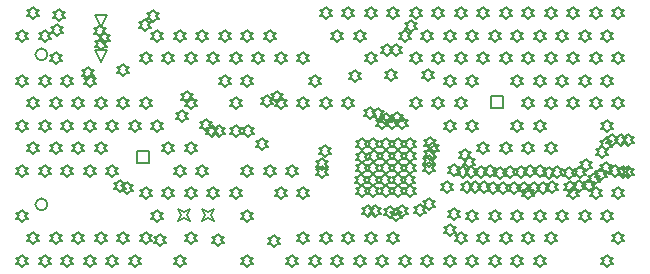
<source format=gbr>
%TF.GenerationSoftware,Altium Limited,Altium Designer,22.8.2 (66)*%
G04 Layer_Color=2752767*
%FSLAX45Y45*%
%MOMM*%
%TF.SameCoordinates,DE4C73A7-34E9-4613-BA68-141157798951*%
%TF.FilePolarity,Positive*%
%TF.FileFunction,Drawing*%
%TF.Part,Single*%
G01*
G75*
%TA.AperFunction,NonConductor*%
%ADD74C,0.12700*%
%ADD83C,0.16933*%
D74*
X3982720Y3002280D02*
X4008120Y3053080D01*
X3982720Y3103880D01*
X4033520Y3078480D01*
X4084320Y3103880D01*
X4058920Y3053080D01*
X4084320Y3002280D01*
X4033520Y3027680D01*
X3982720Y3002280D01*
X4188460D02*
X4213860Y3053080D01*
X4188460Y3103880D01*
X4239260Y3078480D01*
X4290060Y3103880D01*
X4264660Y3053080D01*
X4290060Y3002280D01*
X4239260Y3027680D01*
X4188460Y3002280D01*
X3335020Y4648340D02*
X3284220Y4749940D01*
X3385820D01*
X3335020Y4648340D01*
Y4348340D02*
X3284220Y4449940D01*
X3385820D01*
X3335020Y4348340D01*
X3642360Y3492500D02*
Y3594100D01*
X3743960D01*
Y3492500D01*
X3642360D01*
X6639560Y3962400D02*
Y4064000D01*
X6741160D01*
Y3962400D01*
X6639560D01*
X7715250Y4711700D02*
X7740650Y4737100D01*
X7766050D01*
X7740650Y4762500D01*
X7766050Y4787900D01*
X7740650D01*
X7715250Y4813300D01*
X7689850Y4787900D01*
X7664450D01*
X7689850Y4762500D01*
X7664450Y4737100D01*
X7689850D01*
X7715250Y4711700D01*
X7620000Y4521200D02*
X7645400Y4546600D01*
X7670800D01*
X7645400Y4572000D01*
X7670800Y4597400D01*
X7645400D01*
X7620000Y4622800D01*
X7594600Y4597400D01*
X7569200D01*
X7594600Y4572000D01*
X7569200Y4546600D01*
X7594600D01*
X7620000Y4521200D01*
X7715250Y4330700D02*
X7740650Y4356100D01*
X7766050D01*
X7740650Y4381500D01*
X7766050Y4406900D01*
X7740650D01*
X7715250Y4432300D01*
X7689850Y4406900D01*
X7664450D01*
X7689850Y4381500D01*
X7664450Y4356100D01*
X7689850D01*
X7715250Y4330700D01*
X7620000Y4140200D02*
X7645400Y4165600D01*
X7670800D01*
X7645400Y4191000D01*
X7670800Y4216400D01*
X7645400D01*
X7620000Y4241800D01*
X7594600Y4216400D01*
X7569200D01*
X7594600Y4191000D01*
X7569200Y4165600D01*
X7594600D01*
X7620000Y4140200D01*
X7715250Y3949700D02*
X7740650Y3975100D01*
X7766050D01*
X7740650Y4000500D01*
X7766050Y4025900D01*
X7740650D01*
X7715250Y4051300D01*
X7689850Y4025900D01*
X7664450D01*
X7689850Y4000500D01*
X7664450Y3975100D01*
X7689850D01*
X7715250Y3949700D01*
X7620000Y3759200D02*
X7645400Y3784600D01*
X7670800D01*
X7645400Y3810000D01*
X7670800Y3835400D01*
X7645400D01*
X7620000Y3860800D01*
X7594600Y3835400D01*
X7569200D01*
X7594600Y3810000D01*
X7569200Y3784600D01*
X7594600D01*
X7620000Y3759200D01*
X7715250Y3187700D02*
X7740650Y3213100D01*
X7766050D01*
X7740650Y3238500D01*
X7766050Y3263900D01*
X7740650D01*
X7715250Y3289300D01*
X7689850Y3263900D01*
X7664450D01*
X7689850Y3238500D01*
X7664450Y3213100D01*
X7689850D01*
X7715250Y3187700D01*
X7620000Y2997200D02*
X7645400Y3022600D01*
X7670800D01*
X7645400Y3048000D01*
X7670800Y3073400D01*
X7645400D01*
X7620000Y3098800D01*
X7594600Y3073400D01*
X7569200D01*
X7594600Y3048000D01*
X7569200Y3022600D01*
X7594600D01*
X7620000Y2997200D01*
X7715250Y2806700D02*
X7740650Y2832100D01*
X7766050D01*
X7740650Y2857500D01*
X7766050Y2882900D01*
X7740650D01*
X7715250Y2908300D01*
X7689850Y2882900D01*
X7664450D01*
X7689850Y2857500D01*
X7664450Y2832100D01*
X7689850D01*
X7715250Y2806700D01*
X7620000Y2616200D02*
X7645400Y2641600D01*
X7670800D01*
X7645400Y2667000D01*
X7670800Y2692400D01*
X7645400D01*
X7620000Y2717800D01*
X7594600Y2692400D01*
X7569200D01*
X7594600Y2667000D01*
X7569200Y2641600D01*
X7594600D01*
X7620000Y2616200D01*
X7524750Y4711700D02*
X7550150Y4737100D01*
X7575550D01*
X7550150Y4762500D01*
X7575550Y4787900D01*
X7550150D01*
X7524750Y4813300D01*
X7499350Y4787900D01*
X7473950D01*
X7499350Y4762500D01*
X7473950Y4737100D01*
X7499350D01*
X7524750Y4711700D01*
X7429500Y4521200D02*
X7454900Y4546600D01*
X7480300D01*
X7454900Y4572000D01*
X7480300Y4597400D01*
X7454900D01*
X7429500Y4622800D01*
X7404100Y4597400D01*
X7378700D01*
X7404100Y4572000D01*
X7378700Y4546600D01*
X7404100D01*
X7429500Y4521200D01*
X7524750Y4330700D02*
X7550150Y4356100D01*
X7575550D01*
X7550150Y4381500D01*
X7575550Y4406900D01*
X7550150D01*
X7524750Y4432300D01*
X7499350Y4406900D01*
X7473950D01*
X7499350Y4381500D01*
X7473950Y4356100D01*
X7499350D01*
X7524750Y4330700D01*
X7429500Y4140200D02*
X7454900Y4165600D01*
X7480300D01*
X7454900Y4191000D01*
X7480300Y4216400D01*
X7454900D01*
X7429500Y4241800D01*
X7404100Y4216400D01*
X7378700D01*
X7404100Y4191000D01*
X7378700Y4165600D01*
X7404100D01*
X7429500Y4140200D01*
X7524750Y3949700D02*
X7550150Y3975100D01*
X7575550D01*
X7550150Y4000500D01*
X7575550Y4025900D01*
X7550150D01*
X7524750Y4051300D01*
X7499350Y4025900D01*
X7473950D01*
X7499350Y4000500D01*
X7473950Y3975100D01*
X7499350D01*
X7524750Y3949700D01*
Y3187700D02*
X7550150Y3213100D01*
X7575550D01*
X7550150Y3238500D01*
X7575550Y3263900D01*
X7550150D01*
X7524750Y3289300D01*
X7499350Y3263900D01*
X7473950D01*
X7499350Y3238500D01*
X7473950Y3213100D01*
X7499350D01*
X7524750Y3187700D01*
X7429500Y2997200D02*
X7454900Y3022600D01*
X7480300D01*
X7454900Y3048000D01*
X7480300Y3073400D01*
X7454900D01*
X7429500Y3098800D01*
X7404100Y3073400D01*
X7378700D01*
X7404100Y3048000D01*
X7378700Y3022600D01*
X7404100D01*
X7429500Y2997200D01*
X7334250Y4711700D02*
X7359650Y4737100D01*
X7385050D01*
X7359650Y4762500D01*
X7385050Y4787900D01*
X7359650D01*
X7334250Y4813300D01*
X7308850Y4787900D01*
X7283450D01*
X7308850Y4762500D01*
X7283450Y4737100D01*
X7308850D01*
X7334250Y4711700D01*
X7239000Y4521200D02*
X7264400Y4546600D01*
X7289800D01*
X7264400Y4572000D01*
X7289800Y4597400D01*
X7264400D01*
X7239000Y4622800D01*
X7213600Y4597400D01*
X7188200D01*
X7213600Y4572000D01*
X7188200Y4546600D01*
X7213600D01*
X7239000Y4521200D01*
X7334250Y4330700D02*
X7359650Y4356100D01*
X7385050D01*
X7359650Y4381500D01*
X7385050Y4406900D01*
X7359650D01*
X7334250Y4432300D01*
X7308850Y4406900D01*
X7283450D01*
X7308850Y4381500D01*
X7283450Y4356100D01*
X7308850D01*
X7334250Y4330700D01*
X7239000Y4140200D02*
X7264400Y4165600D01*
X7289800D01*
X7264400Y4191000D01*
X7289800Y4216400D01*
X7264400D01*
X7239000Y4241800D01*
X7213600Y4216400D01*
X7188200D01*
X7213600Y4191000D01*
X7188200Y4165600D01*
X7213600D01*
X7239000Y4140200D01*
X7334250Y3949700D02*
X7359650Y3975100D01*
X7385050D01*
X7359650Y4000500D01*
X7385050Y4025900D01*
X7359650D01*
X7334250Y4051300D01*
X7308850Y4025900D01*
X7283450D01*
X7308850Y4000500D01*
X7283450Y3975100D01*
X7308850D01*
X7334250Y3949700D01*
Y3187700D02*
X7359650Y3213100D01*
X7385050D01*
X7359650Y3238500D01*
X7385050Y3263900D01*
X7359650D01*
X7334250Y3289300D01*
X7308850Y3263900D01*
X7283450D01*
X7308850Y3238500D01*
X7283450Y3213100D01*
X7308850D01*
X7334250Y3187700D01*
X7239000Y2997200D02*
X7264400Y3022600D01*
X7289800D01*
X7264400Y3048000D01*
X7289800Y3073400D01*
X7264400D01*
X7239000Y3098800D01*
X7213600Y3073400D01*
X7188200D01*
X7213600Y3048000D01*
X7188200Y3022600D01*
X7213600D01*
X7239000Y2997200D01*
X7143750Y4711700D02*
X7169150Y4737100D01*
X7194550D01*
X7169150Y4762500D01*
X7194550Y4787900D01*
X7169150D01*
X7143750Y4813300D01*
X7118350Y4787900D01*
X7092950D01*
X7118350Y4762500D01*
X7092950Y4737100D01*
X7118350D01*
X7143750Y4711700D01*
X7048500Y4521200D02*
X7073900Y4546600D01*
X7099300D01*
X7073900Y4572000D01*
X7099300Y4597400D01*
X7073900D01*
X7048500Y4622800D01*
X7023100Y4597400D01*
X6997700D01*
X7023100Y4572000D01*
X6997700Y4546600D01*
X7023100D01*
X7048500Y4521200D01*
X7143750Y4330700D02*
X7169150Y4356100D01*
X7194550D01*
X7169150Y4381500D01*
X7194550Y4406900D01*
X7169150D01*
X7143750Y4432300D01*
X7118350Y4406900D01*
X7092950D01*
X7118350Y4381500D01*
X7092950Y4356100D01*
X7118350D01*
X7143750Y4330700D01*
X7048500Y4140200D02*
X7073900Y4165600D01*
X7099300D01*
X7073900Y4191000D01*
X7099300Y4216400D01*
X7073900D01*
X7048500Y4241800D01*
X7023100Y4216400D01*
X6997700D01*
X7023100Y4191000D01*
X6997700Y4165600D01*
X7023100D01*
X7048500Y4140200D01*
X7143750Y3949700D02*
X7169150Y3975100D01*
X7194550D01*
X7169150Y4000500D01*
X7194550Y4025900D01*
X7169150D01*
X7143750Y4051300D01*
X7118350Y4025900D01*
X7092950D01*
X7118350Y4000500D01*
X7092950Y3975100D01*
X7118350D01*
X7143750Y3949700D01*
X7048500Y3759200D02*
X7073900Y3784600D01*
X7099300D01*
X7073900Y3810000D01*
X7099300Y3835400D01*
X7073900D01*
X7048500Y3860800D01*
X7023100Y3835400D01*
X6997700D01*
X7023100Y3810000D01*
X6997700Y3784600D01*
X7023100D01*
X7048500Y3759200D01*
X7143750Y3568700D02*
X7169150Y3594100D01*
X7194550D01*
X7169150Y3619500D01*
X7194550Y3644900D01*
X7169150D01*
X7143750Y3670300D01*
X7118350Y3644900D01*
X7092950D01*
X7118350Y3619500D01*
X7092950Y3594100D01*
X7118350D01*
X7143750Y3568700D01*
X7048500Y2997200D02*
X7073900Y3022600D01*
X7099300D01*
X7073900Y3048000D01*
X7099300Y3073400D01*
X7073900D01*
X7048500Y3098800D01*
X7023100Y3073400D01*
X6997700D01*
X7023100Y3048000D01*
X6997700Y3022600D01*
X7023100D01*
X7048500Y2997200D01*
X7143750Y2806700D02*
X7169150Y2832100D01*
X7194550D01*
X7169150Y2857500D01*
X7194550Y2882900D01*
X7169150D01*
X7143750Y2908300D01*
X7118350Y2882900D01*
X7092950D01*
X7118350Y2857500D01*
X7092950Y2832100D01*
X7118350D01*
X7143750Y2806700D01*
X7048500Y2616200D02*
X7073900Y2641600D01*
X7099300D01*
X7073900Y2667000D01*
X7099300Y2692400D01*
X7073900D01*
X7048500Y2717800D01*
X7023100Y2692400D01*
X6997700D01*
X7023100Y2667000D01*
X6997700Y2641600D01*
X7023100D01*
X7048500Y2616200D01*
X6953250Y4711700D02*
X6978650Y4737100D01*
X7004050D01*
X6978650Y4762500D01*
X7004050Y4787900D01*
X6978650D01*
X6953250Y4813300D01*
X6927850Y4787900D01*
X6902450D01*
X6927850Y4762500D01*
X6902450Y4737100D01*
X6927850D01*
X6953250Y4711700D01*
X6858000Y4521200D02*
X6883400Y4546600D01*
X6908800D01*
X6883400Y4572000D01*
X6908800Y4597400D01*
X6883400D01*
X6858000Y4622800D01*
X6832600Y4597400D01*
X6807200D01*
X6832600Y4572000D01*
X6807200Y4546600D01*
X6832600D01*
X6858000Y4521200D01*
X6953250Y4330700D02*
X6978650Y4356100D01*
X7004050D01*
X6978650Y4381500D01*
X7004050Y4406900D01*
X6978650D01*
X6953250Y4432300D01*
X6927850Y4406900D01*
X6902450D01*
X6927850Y4381500D01*
X6902450Y4356100D01*
X6927850D01*
X6953250Y4330700D01*
X6858000Y4140200D02*
X6883400Y4165600D01*
X6908800D01*
X6883400Y4191000D01*
X6908800Y4216400D01*
X6883400D01*
X6858000Y4241800D01*
X6832600Y4216400D01*
X6807200D01*
X6832600Y4191000D01*
X6807200Y4165600D01*
X6832600D01*
X6858000Y4140200D01*
X6953250Y3949700D02*
X6978650Y3975100D01*
X7004050D01*
X6978650Y4000500D01*
X7004050Y4025900D01*
X6978650D01*
X6953250Y4051300D01*
X6927850Y4025900D01*
X6902450D01*
X6927850Y4000500D01*
X6902450Y3975100D01*
X6927850D01*
X6953250Y3949700D01*
X6858000Y3759200D02*
X6883400Y3784600D01*
X6908800D01*
X6883400Y3810000D01*
X6908800Y3835400D01*
X6883400D01*
X6858000Y3860800D01*
X6832600Y3835400D01*
X6807200D01*
X6832600Y3810000D01*
X6807200Y3784600D01*
X6832600D01*
X6858000Y3759200D01*
X6953250Y3568700D02*
X6978650Y3594100D01*
X7004050D01*
X6978650Y3619500D01*
X7004050Y3644900D01*
X6978650D01*
X6953250Y3670300D01*
X6927850Y3644900D01*
X6902450D01*
X6927850Y3619500D01*
X6902450Y3594100D01*
X6927850D01*
X6953250Y3568700D01*
Y3187700D02*
X6978650Y3213100D01*
X7004050D01*
X6978650Y3238500D01*
X7004050Y3263900D01*
X6978650D01*
X6953250Y3289300D01*
X6927850Y3263900D01*
X6902450D01*
X6927850Y3238500D01*
X6902450Y3213100D01*
X6927850D01*
X6953250Y3187700D01*
X6858000Y2997200D02*
X6883400Y3022600D01*
X6908800D01*
X6883400Y3048000D01*
X6908800Y3073400D01*
X6883400D01*
X6858000Y3098800D01*
X6832600Y3073400D01*
X6807200D01*
X6832600Y3048000D01*
X6807200Y3022600D01*
X6832600D01*
X6858000Y2997200D01*
X6953250Y2806700D02*
X6978650Y2832100D01*
X7004050D01*
X6978650Y2857500D01*
X7004050Y2882900D01*
X6978650D01*
X6953250Y2908300D01*
X6927850Y2882900D01*
X6902450D01*
X6927850Y2857500D01*
X6902450Y2832100D01*
X6927850D01*
X6953250Y2806700D01*
X6858000Y2616200D02*
X6883400Y2641600D01*
X6908800D01*
X6883400Y2667000D01*
X6908800Y2692400D01*
X6883400D01*
X6858000Y2717800D01*
X6832600Y2692400D01*
X6807200D01*
X6832600Y2667000D01*
X6807200Y2641600D01*
X6832600D01*
X6858000Y2616200D01*
X6762750Y4711700D02*
X6788150Y4737100D01*
X6813550D01*
X6788150Y4762500D01*
X6813550Y4787900D01*
X6788150D01*
X6762750Y4813300D01*
X6737350Y4787900D01*
X6711950D01*
X6737350Y4762500D01*
X6711950Y4737100D01*
X6737350D01*
X6762750Y4711700D01*
X6667500Y4521200D02*
X6692900Y4546600D01*
X6718300D01*
X6692900Y4572000D01*
X6718300Y4597400D01*
X6692900D01*
X6667500Y4622800D01*
X6642100Y4597400D01*
X6616700D01*
X6642100Y4572000D01*
X6616700Y4546600D01*
X6642100D01*
X6667500Y4521200D01*
X6762750Y4330700D02*
X6788150Y4356100D01*
X6813550D01*
X6788150Y4381500D01*
X6813550Y4406900D01*
X6788150D01*
X6762750Y4432300D01*
X6737350Y4406900D01*
X6711950D01*
X6737350Y4381500D01*
X6711950Y4356100D01*
X6737350D01*
X6762750Y4330700D01*
Y3568700D02*
X6788150Y3594100D01*
X6813550D01*
X6788150Y3619500D01*
X6813550Y3644900D01*
X6788150D01*
X6762750Y3670300D01*
X6737350Y3644900D01*
X6711950D01*
X6737350Y3619500D01*
X6711950Y3594100D01*
X6737350D01*
X6762750Y3568700D01*
X6667500Y2997200D02*
X6692900Y3022600D01*
X6718300D01*
X6692900Y3048000D01*
X6718300Y3073400D01*
X6692900D01*
X6667500Y3098800D01*
X6642100Y3073400D01*
X6616700D01*
X6642100Y3048000D01*
X6616700Y3022600D01*
X6642100D01*
X6667500Y2997200D01*
X6762750Y2806700D02*
X6788150Y2832100D01*
X6813550D01*
X6788150Y2857500D01*
X6813550Y2882900D01*
X6788150D01*
X6762750Y2908300D01*
X6737350Y2882900D01*
X6711950D01*
X6737350Y2857500D01*
X6711950Y2832100D01*
X6737350D01*
X6762750Y2806700D01*
X6667500Y2616200D02*
X6692900Y2641600D01*
X6718300D01*
X6692900Y2667000D01*
X6718300Y2692400D01*
X6692900D01*
X6667500Y2717800D01*
X6642100Y2692400D01*
X6616700D01*
X6642100Y2667000D01*
X6616700Y2641600D01*
X6642100D01*
X6667500Y2616200D01*
X6572250Y4711700D02*
X6597650Y4737100D01*
X6623050D01*
X6597650Y4762500D01*
X6623050Y4787900D01*
X6597650D01*
X6572250Y4813300D01*
X6546850Y4787900D01*
X6521450D01*
X6546850Y4762500D01*
X6521450Y4737100D01*
X6546850D01*
X6572250Y4711700D01*
X6477000Y4521200D02*
X6502400Y4546600D01*
X6527800D01*
X6502400Y4572000D01*
X6527800Y4597400D01*
X6502400D01*
X6477000Y4622800D01*
X6451600Y4597400D01*
X6426200D01*
X6451600Y4572000D01*
X6426200Y4546600D01*
X6451600D01*
X6477000Y4521200D01*
X6572250Y4330700D02*
X6597650Y4356100D01*
X6623050D01*
X6597650Y4381500D01*
X6623050Y4406900D01*
X6597650D01*
X6572250Y4432300D01*
X6546850Y4406900D01*
X6521450D01*
X6546850Y4381500D01*
X6521450Y4356100D01*
X6546850D01*
X6572250Y4330700D01*
X6477000Y4140200D02*
X6502400Y4165600D01*
X6527800D01*
X6502400Y4191000D01*
X6527800Y4216400D01*
X6502400D01*
X6477000Y4241800D01*
X6451600Y4216400D01*
X6426200D01*
X6451600Y4191000D01*
X6426200Y4165600D01*
X6451600D01*
X6477000Y4140200D01*
Y3759200D02*
X6502400Y3784600D01*
X6527800D01*
X6502400Y3810000D01*
X6527800Y3835400D01*
X6502400D01*
X6477000Y3860800D01*
X6451600Y3835400D01*
X6426200D01*
X6451600Y3810000D01*
X6426200Y3784600D01*
X6451600D01*
X6477000Y3759200D01*
X6572250Y3568700D02*
X6597650Y3594100D01*
X6623050D01*
X6597650Y3619500D01*
X6623050Y3644900D01*
X6597650D01*
X6572250Y3670300D01*
X6546850Y3644900D01*
X6521450D01*
X6546850Y3619500D01*
X6521450Y3594100D01*
X6546850D01*
X6572250Y3568700D01*
X6477000Y2997200D02*
X6502400Y3022600D01*
X6527800D01*
X6502400Y3048000D01*
X6527800Y3073400D01*
X6502400D01*
X6477000Y3098800D01*
X6451600Y3073400D01*
X6426200D01*
X6451600Y3048000D01*
X6426200Y3022600D01*
X6451600D01*
X6477000Y2997200D01*
X6572250Y2806700D02*
X6597650Y2832100D01*
X6623050D01*
X6597650Y2857500D01*
X6623050Y2882900D01*
X6597650D01*
X6572250Y2908300D01*
X6546850Y2882900D01*
X6521450D01*
X6546850Y2857500D01*
X6521450Y2832100D01*
X6546850D01*
X6572250Y2806700D01*
X6477000Y2616200D02*
X6502400Y2641600D01*
X6527800D01*
X6502400Y2667000D01*
X6527800Y2692400D01*
X6502400D01*
X6477000Y2717800D01*
X6451600Y2692400D01*
X6426200D01*
X6451600Y2667000D01*
X6426200Y2641600D01*
X6451600D01*
X6477000Y2616200D01*
X6381750Y4711700D02*
X6407150Y4737100D01*
X6432550D01*
X6407150Y4762500D01*
X6432550Y4787900D01*
X6407150D01*
X6381750Y4813300D01*
X6356350Y4787900D01*
X6330950D01*
X6356350Y4762500D01*
X6330950Y4737100D01*
X6356350D01*
X6381750Y4711700D01*
X6286500Y4521200D02*
X6311900Y4546600D01*
X6337300D01*
X6311900Y4572000D01*
X6337300Y4597400D01*
X6311900D01*
X6286500Y4622800D01*
X6261100Y4597400D01*
X6235700D01*
X6261100Y4572000D01*
X6235700Y4546600D01*
X6261100D01*
X6286500Y4521200D01*
X6381750Y4330700D02*
X6407150Y4356100D01*
X6432550D01*
X6407150Y4381500D01*
X6432550Y4406900D01*
X6407150D01*
X6381750Y4432300D01*
X6356350Y4406900D01*
X6330950D01*
X6356350Y4381500D01*
X6330950Y4356100D01*
X6356350D01*
X6381750Y4330700D01*
X6286500Y4140200D02*
X6311900Y4165600D01*
X6337300D01*
X6311900Y4191000D01*
X6337300Y4216400D01*
X6311900D01*
X6286500Y4241800D01*
X6261100Y4216400D01*
X6235700D01*
X6261100Y4191000D01*
X6235700Y4165600D01*
X6261100D01*
X6286500Y4140200D01*
X6381750Y3949700D02*
X6407150Y3975100D01*
X6432550D01*
X6407150Y4000500D01*
X6432550Y4025900D01*
X6407150D01*
X6381750Y4051300D01*
X6356350Y4025900D01*
X6330950D01*
X6356350Y4000500D01*
X6330950Y3975100D01*
X6356350D01*
X6381750Y3949700D01*
X6286500Y3759200D02*
X6311900Y3784600D01*
X6337300D01*
X6311900Y3810000D01*
X6337300Y3835400D01*
X6311900D01*
X6286500Y3860800D01*
X6261100Y3835400D01*
X6235700D01*
X6261100Y3810000D01*
X6235700Y3784600D01*
X6261100D01*
X6286500Y3759200D01*
X6381750Y2806700D02*
X6407150Y2832100D01*
X6432550D01*
X6407150Y2857500D01*
X6432550Y2882900D01*
X6407150D01*
X6381750Y2908300D01*
X6356350Y2882900D01*
X6330950D01*
X6356350Y2857500D01*
X6330950Y2832100D01*
X6356350D01*
X6381750Y2806700D01*
X6286500Y2616200D02*
X6311900Y2641600D01*
X6337300D01*
X6311900Y2667000D01*
X6337300Y2692400D01*
X6311900D01*
X6286500Y2717800D01*
X6261100Y2692400D01*
X6235700D01*
X6261100Y2667000D01*
X6235700Y2641600D01*
X6261100D01*
X6286500Y2616200D01*
X6191250Y4711700D02*
X6216650Y4737100D01*
X6242050D01*
X6216650Y4762500D01*
X6242050Y4787900D01*
X6216650D01*
X6191250Y4813300D01*
X6165850Y4787900D01*
X6140450D01*
X6165850Y4762500D01*
X6140450Y4737100D01*
X6165850D01*
X6191250Y4711700D01*
X6096000Y4521200D02*
X6121400Y4546600D01*
X6146800D01*
X6121400Y4572000D01*
X6146800Y4597400D01*
X6121400D01*
X6096000Y4622800D01*
X6070600Y4597400D01*
X6045200D01*
X6070600Y4572000D01*
X6045200Y4546600D01*
X6070600D01*
X6096000Y4521200D01*
X6191250Y4330700D02*
X6216650Y4356100D01*
X6242050D01*
X6216650Y4381500D01*
X6242050Y4406900D01*
X6216650D01*
X6191250Y4432300D01*
X6165850Y4406900D01*
X6140450D01*
X6165850Y4381500D01*
X6140450Y4356100D01*
X6165850D01*
X6191250Y4330700D01*
Y3949700D02*
X6216650Y3975100D01*
X6242050D01*
X6216650Y4000500D01*
X6242050Y4025900D01*
X6216650D01*
X6191250Y4051300D01*
X6165850Y4025900D01*
X6140450D01*
X6165850Y4000500D01*
X6140450Y3975100D01*
X6165850D01*
X6191250Y3949700D01*
X6096000Y2616200D02*
X6121400Y2641600D01*
X6146800D01*
X6121400Y2667000D01*
X6146800Y2692400D01*
X6121400D01*
X6096000Y2717800D01*
X6070600Y2692400D01*
X6045200D01*
X6070600Y2667000D01*
X6045200Y2641600D01*
X6070600D01*
X6096000Y2616200D01*
X6000750Y4711700D02*
X6026150Y4737100D01*
X6051550D01*
X6026150Y4762500D01*
X6051550Y4787900D01*
X6026150D01*
X6000750Y4813300D01*
X5975350Y4787900D01*
X5949950D01*
X5975350Y4762500D01*
X5949950Y4737100D01*
X5975350D01*
X6000750Y4711700D01*
X5905500Y4521200D02*
X5930900Y4546600D01*
X5956300D01*
X5930900Y4572000D01*
X5956300Y4597400D01*
X5930900D01*
X5905500Y4622800D01*
X5880100Y4597400D01*
X5854700D01*
X5880100Y4572000D01*
X5854700Y4546600D01*
X5880100D01*
X5905500Y4521200D01*
X6000750Y4330700D02*
X6026150Y4356100D01*
X6051550D01*
X6026150Y4381500D01*
X6051550Y4406900D01*
X6026150D01*
X6000750Y4432300D01*
X5975350Y4406900D01*
X5949950D01*
X5975350Y4381500D01*
X5949950Y4356100D01*
X5975350D01*
X6000750Y4330700D01*
Y3949700D02*
X6026150Y3975100D01*
X6051550D01*
X6026150Y4000500D01*
X6051550Y4025900D01*
X6026150D01*
X6000750Y4051300D01*
X5975350Y4025900D01*
X5949950D01*
X5975350Y4000500D01*
X5949950Y3975100D01*
X5975350D01*
X6000750Y3949700D01*
X5905500Y2616200D02*
X5930900Y2641600D01*
X5956300D01*
X5930900Y2667000D01*
X5956300Y2692400D01*
X5930900D01*
X5905500Y2717800D01*
X5880100Y2692400D01*
X5854700D01*
X5880100Y2667000D01*
X5854700Y2641600D01*
X5880100D01*
X5905500Y2616200D01*
X5810250Y4711700D02*
X5835650Y4737100D01*
X5861050D01*
X5835650Y4762500D01*
X5861050Y4787900D01*
X5835650D01*
X5810250Y4813300D01*
X5784850Y4787900D01*
X5759450D01*
X5784850Y4762500D01*
X5759450Y4737100D01*
X5784850D01*
X5810250Y4711700D01*
Y2806700D02*
X5835650Y2832100D01*
X5861050D01*
X5835650Y2857500D01*
X5861050Y2882900D01*
X5835650D01*
X5810250Y2908300D01*
X5784850Y2882900D01*
X5759450D01*
X5784850Y2857500D01*
X5759450Y2832100D01*
X5784850D01*
X5810250Y2806700D01*
X5715000Y2616200D02*
X5740400Y2641600D01*
X5765800D01*
X5740400Y2667000D01*
X5765800Y2692400D01*
X5740400D01*
X5715000Y2717800D01*
X5689600Y2692400D01*
X5664200D01*
X5689600Y2667000D01*
X5664200Y2641600D01*
X5689600D01*
X5715000Y2616200D01*
X5619750Y4711700D02*
X5645150Y4737100D01*
X5670550D01*
X5645150Y4762500D01*
X5670550Y4787900D01*
X5645150D01*
X5619750Y4813300D01*
X5594350Y4787900D01*
X5568950D01*
X5594350Y4762500D01*
X5568950Y4737100D01*
X5594350D01*
X5619750Y4711700D01*
X5524500Y4521200D02*
X5549900Y4546600D01*
X5575300D01*
X5549900Y4572000D01*
X5575300Y4597400D01*
X5549900D01*
X5524500Y4622800D01*
X5499100Y4597400D01*
X5473700D01*
X5499100Y4572000D01*
X5473700Y4546600D01*
X5499100D01*
X5524500Y4521200D01*
X5619750Y4330700D02*
X5645150Y4356100D01*
X5670550D01*
X5645150Y4381500D01*
X5670550Y4406900D01*
X5645150D01*
X5619750Y4432300D01*
X5594350Y4406900D01*
X5568950D01*
X5594350Y4381500D01*
X5568950Y4356100D01*
X5594350D01*
X5619750Y4330700D01*
Y2806700D02*
X5645150Y2832100D01*
X5670550D01*
X5645150Y2857500D01*
X5670550Y2882900D01*
X5645150D01*
X5619750Y2908300D01*
X5594350Y2882900D01*
X5568950D01*
X5594350Y2857500D01*
X5568950Y2832100D01*
X5594350D01*
X5619750Y2806700D01*
X5524500Y2616200D02*
X5549900Y2641600D01*
X5575300D01*
X5549900Y2667000D01*
X5575300Y2692400D01*
X5549900D01*
X5524500Y2717800D01*
X5499100Y2692400D01*
X5473700D01*
X5499100Y2667000D01*
X5473700Y2641600D01*
X5499100D01*
X5524500Y2616200D01*
X5429250Y4711700D02*
X5454650Y4737100D01*
X5480050D01*
X5454650Y4762500D01*
X5480050Y4787900D01*
X5454650D01*
X5429250Y4813300D01*
X5403850Y4787900D01*
X5378450D01*
X5403850Y4762500D01*
X5378450Y4737100D01*
X5403850D01*
X5429250Y4711700D01*
X5334000Y4521200D02*
X5359400Y4546600D01*
X5384800D01*
X5359400Y4572000D01*
X5384800Y4597400D01*
X5359400D01*
X5334000Y4622800D01*
X5308600Y4597400D01*
X5283200D01*
X5308600Y4572000D01*
X5283200Y4546600D01*
X5308600D01*
X5334000Y4521200D01*
X5429250Y3949700D02*
X5454650Y3975100D01*
X5480050D01*
X5454650Y4000500D01*
X5480050Y4025900D01*
X5454650D01*
X5429250Y4051300D01*
X5403850Y4025900D01*
X5378450D01*
X5403850Y4000500D01*
X5378450Y3975100D01*
X5403850D01*
X5429250Y3949700D01*
Y2806700D02*
X5454650Y2832100D01*
X5480050D01*
X5454650Y2857500D01*
X5480050Y2882900D01*
X5454650D01*
X5429250Y2908300D01*
X5403850Y2882900D01*
X5378450D01*
X5403850Y2857500D01*
X5378450Y2832100D01*
X5403850D01*
X5429250Y2806700D01*
X5334000Y2616200D02*
X5359400Y2641600D01*
X5384800D01*
X5359400Y2667000D01*
X5384800Y2692400D01*
X5359400D01*
X5334000Y2717800D01*
X5308600Y2692400D01*
X5283200D01*
X5308600Y2667000D01*
X5283200Y2641600D01*
X5308600D01*
X5334000Y2616200D01*
X5238750Y4711700D02*
X5264150Y4737100D01*
X5289550D01*
X5264150Y4762500D01*
X5289550Y4787900D01*
X5264150D01*
X5238750Y4813300D01*
X5213350Y4787900D01*
X5187950D01*
X5213350Y4762500D01*
X5187950Y4737100D01*
X5213350D01*
X5238750Y4711700D01*
X5143500Y4140200D02*
X5168900Y4165600D01*
X5194300D01*
X5168900Y4191000D01*
X5194300Y4216400D01*
X5168900D01*
X5143500Y4241800D01*
X5118100Y4216400D01*
X5092700D01*
X5118100Y4191000D01*
X5092700Y4165600D01*
X5118100D01*
X5143500Y4140200D01*
X5238750Y3949700D02*
X5264150Y3975100D01*
X5289550D01*
X5264150Y4000500D01*
X5289550Y4025900D01*
X5264150D01*
X5238750Y4051300D01*
X5213350Y4025900D01*
X5187950D01*
X5213350Y4000500D01*
X5187950Y3975100D01*
X5213350D01*
X5238750Y3949700D01*
Y2806700D02*
X5264150Y2832100D01*
X5289550D01*
X5264150Y2857500D01*
X5289550Y2882900D01*
X5264150D01*
X5238750Y2908300D01*
X5213350Y2882900D01*
X5187950D01*
X5213350Y2857500D01*
X5187950Y2832100D01*
X5213350D01*
X5238750Y2806700D01*
X5143500Y2616200D02*
X5168900Y2641600D01*
X5194300D01*
X5168900Y2667000D01*
X5194300Y2692400D01*
X5168900D01*
X5143500Y2717800D01*
X5118100Y2692400D01*
X5092700D01*
X5118100Y2667000D01*
X5092700Y2641600D01*
X5118100D01*
X5143500Y2616200D01*
X5048250Y4330700D02*
X5073650Y4356100D01*
X5099050D01*
X5073650Y4381500D01*
X5099050Y4406900D01*
X5073650D01*
X5048250Y4432300D01*
X5022850Y4406900D01*
X4997450D01*
X5022850Y4381500D01*
X4997450Y4356100D01*
X5022850D01*
X5048250Y4330700D01*
Y3949700D02*
X5073650Y3975100D01*
X5099050D01*
X5073650Y4000500D01*
X5099050Y4025900D01*
X5073650D01*
X5048250Y4051300D01*
X5022850Y4025900D01*
X4997450D01*
X5022850Y4000500D01*
X4997450Y3975100D01*
X5022850D01*
X5048250Y3949700D01*
X4953000Y3378200D02*
X4978400Y3403600D01*
X5003800D01*
X4978400Y3429000D01*
X5003800Y3454400D01*
X4978400D01*
X4953000Y3479800D01*
X4927600Y3454400D01*
X4902200D01*
X4927600Y3429000D01*
X4902200Y3403600D01*
X4927600D01*
X4953000Y3378200D01*
X5048250Y3187700D02*
X5073650Y3213100D01*
X5099050D01*
X5073650Y3238500D01*
X5099050Y3263900D01*
X5073650D01*
X5048250Y3289300D01*
X5022850Y3263900D01*
X4997450D01*
X5022850Y3238500D01*
X4997450Y3213100D01*
X5022850D01*
X5048250Y3187700D01*
Y2806700D02*
X5073650Y2832100D01*
X5099050D01*
X5073650Y2857500D01*
X5099050Y2882900D01*
X5073650D01*
X5048250Y2908300D01*
X5022850Y2882900D01*
X4997450D01*
X5022850Y2857500D01*
X4997450Y2832100D01*
X5022850D01*
X5048250Y2806700D01*
X4953000Y2616200D02*
X4978400Y2641600D01*
X5003800D01*
X4978400Y2667000D01*
X5003800Y2692400D01*
X4978400D01*
X4953000Y2717800D01*
X4927600Y2692400D01*
X4902200D01*
X4927600Y2667000D01*
X4902200Y2641600D01*
X4927600D01*
X4953000Y2616200D01*
X4762500Y4521200D02*
X4787900Y4546600D01*
X4813300D01*
X4787900Y4572000D01*
X4813300Y4597400D01*
X4787900D01*
X4762500Y4622800D01*
X4737100Y4597400D01*
X4711700D01*
X4737100Y4572000D01*
X4711700Y4546600D01*
X4737100D01*
X4762500Y4521200D01*
X4857750Y4330700D02*
X4883150Y4356100D01*
X4908550D01*
X4883150Y4381500D01*
X4908550Y4406900D01*
X4883150D01*
X4857750Y4432300D01*
X4832350Y4406900D01*
X4806950D01*
X4832350Y4381500D01*
X4806950Y4356100D01*
X4832350D01*
X4857750Y4330700D01*
Y3949700D02*
X4883150Y3975100D01*
X4908550D01*
X4883150Y4000500D01*
X4908550Y4025900D01*
X4883150D01*
X4857750Y4051300D01*
X4832350Y4025900D01*
X4806950D01*
X4832350Y4000500D01*
X4806950Y3975100D01*
X4832350D01*
X4857750Y3949700D01*
X4762500Y3378200D02*
X4787900Y3403600D01*
X4813300D01*
X4787900Y3429000D01*
X4813300Y3454400D01*
X4787900D01*
X4762500Y3479800D01*
X4737100Y3454400D01*
X4711700D01*
X4737100Y3429000D01*
X4711700Y3403600D01*
X4737100D01*
X4762500Y3378200D01*
X4857750Y3187700D02*
X4883150Y3213100D01*
X4908550D01*
X4883150Y3238500D01*
X4908550Y3263900D01*
X4883150D01*
X4857750Y3289300D01*
X4832350Y3263900D01*
X4806950D01*
X4832350Y3238500D01*
X4806950Y3213100D01*
X4832350D01*
X4857750Y3187700D01*
X4572000Y4521200D02*
X4597400Y4546600D01*
X4622800D01*
X4597400Y4572000D01*
X4622800Y4597400D01*
X4597400D01*
X4572000Y4622800D01*
X4546600Y4597400D01*
X4521200D01*
X4546600Y4572000D01*
X4521200Y4546600D01*
X4546600D01*
X4572000Y4521200D01*
X4667250Y4330700D02*
X4692650Y4356100D01*
X4718050D01*
X4692650Y4381500D01*
X4718050Y4406900D01*
X4692650D01*
X4667250Y4432300D01*
X4641850Y4406900D01*
X4616450D01*
X4641850Y4381500D01*
X4616450Y4356100D01*
X4641850D01*
X4667250Y4330700D01*
X4572000Y4140200D02*
X4597400Y4165600D01*
X4622800D01*
X4597400Y4191000D01*
X4622800Y4216400D01*
X4597400D01*
X4572000Y4241800D01*
X4546600Y4216400D01*
X4521200D01*
X4546600Y4191000D01*
X4521200Y4165600D01*
X4546600D01*
X4572000Y4140200D01*
Y3378200D02*
X4597400Y3403600D01*
X4622800D01*
X4597400Y3429000D01*
X4622800Y3454400D01*
X4597400D01*
X4572000Y3479800D01*
X4546600Y3454400D01*
X4521200D01*
X4546600Y3429000D01*
X4521200Y3403600D01*
X4546600D01*
X4572000Y3378200D01*
Y2997200D02*
X4597400Y3022600D01*
X4622800D01*
X4597400Y3048000D01*
X4622800Y3073400D01*
X4597400D01*
X4572000Y3098800D01*
X4546600Y3073400D01*
X4521200D01*
X4546600Y3048000D01*
X4521200Y3022600D01*
X4546600D01*
X4572000Y2997200D01*
Y2616200D02*
X4597400Y2641600D01*
X4622800D01*
X4597400Y2667000D01*
X4622800Y2692400D01*
X4597400D01*
X4572000Y2717800D01*
X4546600Y2692400D01*
X4521200D01*
X4546600Y2667000D01*
X4521200Y2641600D01*
X4546600D01*
X4572000Y2616200D01*
X4381500Y4521200D02*
X4406900Y4546600D01*
X4432300D01*
X4406900Y4572000D01*
X4432300Y4597400D01*
X4406900D01*
X4381500Y4622800D01*
X4356100Y4597400D01*
X4330700D01*
X4356100Y4572000D01*
X4330700Y4546600D01*
X4356100D01*
X4381500Y4521200D01*
X4476750Y4330700D02*
X4502150Y4356100D01*
X4527550D01*
X4502150Y4381500D01*
X4527550Y4406900D01*
X4502150D01*
X4476750Y4432300D01*
X4451350Y4406900D01*
X4425950D01*
X4451350Y4381500D01*
X4425950Y4356100D01*
X4451350D01*
X4476750Y4330700D01*
X4381500Y4140200D02*
X4406900Y4165600D01*
X4432300D01*
X4406900Y4191000D01*
X4432300Y4216400D01*
X4406900D01*
X4381500Y4241800D01*
X4356100Y4216400D01*
X4330700D01*
X4356100Y4191000D01*
X4330700Y4165600D01*
X4356100D01*
X4381500Y4140200D01*
X4476750Y3949700D02*
X4502150Y3975100D01*
X4527550D01*
X4502150Y4000500D01*
X4527550Y4025900D01*
X4502150D01*
X4476750Y4051300D01*
X4451350Y4025900D01*
X4425950D01*
X4451350Y4000500D01*
X4425950Y3975100D01*
X4451350D01*
X4476750Y3949700D01*
Y3187700D02*
X4502150Y3213100D01*
X4527550D01*
X4502150Y3238500D01*
X4527550Y3263900D01*
X4502150D01*
X4476750Y3289300D01*
X4451350Y3263900D01*
X4425950D01*
X4451350Y3238500D01*
X4425950Y3213100D01*
X4451350D01*
X4476750Y3187700D01*
X4191000Y4521200D02*
X4216400Y4546600D01*
X4241800D01*
X4216400Y4572000D01*
X4241800Y4597400D01*
X4216400D01*
X4191000Y4622800D01*
X4165600Y4597400D01*
X4140200D01*
X4165600Y4572000D01*
X4140200Y4546600D01*
X4165600D01*
X4191000Y4521200D01*
X4286250Y4330700D02*
X4311650Y4356100D01*
X4337050D01*
X4311650Y4381500D01*
X4337050Y4406900D01*
X4311650D01*
X4286250Y4432300D01*
X4260850Y4406900D01*
X4235450D01*
X4260850Y4381500D01*
X4235450Y4356100D01*
X4260850D01*
X4286250Y4330700D01*
X4191000Y3378200D02*
X4216400Y3403600D01*
X4241800D01*
X4216400Y3429000D01*
X4241800Y3454400D01*
X4216400D01*
X4191000Y3479800D01*
X4165600Y3454400D01*
X4140200D01*
X4165600Y3429000D01*
X4140200Y3403600D01*
X4165600D01*
X4191000Y3378200D01*
X4286250Y3187700D02*
X4311650Y3213100D01*
X4337050D01*
X4311650Y3238500D01*
X4337050Y3263900D01*
X4311650D01*
X4286250Y3289300D01*
X4260850Y3263900D01*
X4235450D01*
X4260850Y3238500D01*
X4235450Y3213100D01*
X4260850D01*
X4286250Y3187700D01*
X4000500Y4521200D02*
X4025900Y4546600D01*
X4051300D01*
X4025900Y4572000D01*
X4051300Y4597400D01*
X4025900D01*
X4000500Y4622800D01*
X3975100Y4597400D01*
X3949700D01*
X3975100Y4572000D01*
X3949700Y4546600D01*
X3975100D01*
X4000500Y4521200D01*
X4095750Y4330700D02*
X4121150Y4356100D01*
X4146550D01*
X4121150Y4381500D01*
X4146550Y4406900D01*
X4121150D01*
X4095750Y4432300D01*
X4070350Y4406900D01*
X4044950D01*
X4070350Y4381500D01*
X4044950Y4356100D01*
X4070350D01*
X4095750Y4330700D01*
Y3949700D02*
X4121150Y3975100D01*
X4146550D01*
X4121150Y4000500D01*
X4146550Y4025900D01*
X4121150D01*
X4095750Y4051300D01*
X4070350Y4025900D01*
X4044950D01*
X4070350Y4000500D01*
X4044950Y3975100D01*
X4070350D01*
X4095750Y3949700D01*
Y3568700D02*
X4121150Y3594100D01*
X4146550D01*
X4121150Y3619500D01*
X4146550Y3644900D01*
X4121150D01*
X4095750Y3670300D01*
X4070350Y3644900D01*
X4044950D01*
X4070350Y3619500D01*
X4044950Y3594100D01*
X4070350D01*
X4095750Y3568700D01*
X4000500Y3378200D02*
X4025900Y3403600D01*
X4051300D01*
X4025900Y3429000D01*
X4051300Y3454400D01*
X4025900D01*
X4000500Y3479800D01*
X3975100Y3454400D01*
X3949700D01*
X3975100Y3429000D01*
X3949700Y3403600D01*
X3975100D01*
X4000500Y3378200D01*
X4095750Y3187700D02*
X4121150Y3213100D01*
X4146550D01*
X4121150Y3238500D01*
X4146550Y3263900D01*
X4121150D01*
X4095750Y3289300D01*
X4070350Y3263900D01*
X4044950D01*
X4070350Y3238500D01*
X4044950Y3213100D01*
X4070350D01*
X4095750Y3187700D01*
Y2806700D02*
X4121150Y2832100D01*
X4146550D01*
X4121150Y2857500D01*
X4146550Y2882900D01*
X4121150D01*
X4095750Y2908300D01*
X4070350Y2882900D01*
X4044950D01*
X4070350Y2857500D01*
X4044950Y2832100D01*
X4070350D01*
X4095750Y2806700D01*
X4000500Y2616200D02*
X4025900Y2641600D01*
X4051300D01*
X4025900Y2667000D01*
X4051300Y2692400D01*
X4025900D01*
X4000500Y2717800D01*
X3975100Y2692400D01*
X3949700D01*
X3975100Y2667000D01*
X3949700Y2641600D01*
X3975100D01*
X4000500Y2616200D01*
X3810000Y4521200D02*
X3835400Y4546600D01*
X3860800D01*
X3835400Y4572000D01*
X3860800Y4597400D01*
X3835400D01*
X3810000Y4622800D01*
X3784600Y4597400D01*
X3759200D01*
X3784600Y4572000D01*
X3759200Y4546600D01*
X3784600D01*
X3810000Y4521200D01*
X3905250Y4330700D02*
X3930650Y4356100D01*
X3956050D01*
X3930650Y4381500D01*
X3956050Y4406900D01*
X3930650D01*
X3905250Y4432300D01*
X3879850Y4406900D01*
X3854450D01*
X3879850Y4381500D01*
X3854450Y4356100D01*
X3879850D01*
X3905250Y4330700D01*
X3810000Y3759200D02*
X3835400Y3784600D01*
X3860800D01*
X3835400Y3810000D01*
X3860800Y3835400D01*
X3835400D01*
X3810000Y3860800D01*
X3784600Y3835400D01*
X3759200D01*
X3784600Y3810000D01*
X3759200Y3784600D01*
X3784600D01*
X3810000Y3759200D01*
X3905250Y3568700D02*
X3930650Y3594100D01*
X3956050D01*
X3930650Y3619500D01*
X3956050Y3644900D01*
X3930650D01*
X3905250Y3670300D01*
X3879850Y3644900D01*
X3854450D01*
X3879850Y3619500D01*
X3854450Y3594100D01*
X3879850D01*
X3905250Y3568700D01*
Y3187700D02*
X3930650Y3213100D01*
X3956050D01*
X3930650Y3238500D01*
X3956050Y3263900D01*
X3930650D01*
X3905250Y3289300D01*
X3879850Y3263900D01*
X3854450D01*
X3879850Y3238500D01*
X3854450Y3213100D01*
X3879850D01*
X3905250Y3187700D01*
X3810000Y2997200D02*
X3835400Y3022600D01*
X3860800D01*
X3835400Y3048000D01*
X3860800Y3073400D01*
X3835400D01*
X3810000Y3098800D01*
X3784600Y3073400D01*
X3759200D01*
X3784600Y3048000D01*
X3759200Y3022600D01*
X3784600D01*
X3810000Y2997200D01*
X3714750Y4330700D02*
X3740150Y4356100D01*
X3765550D01*
X3740150Y4381500D01*
X3765550Y4406900D01*
X3740150D01*
X3714750Y4432300D01*
X3689350Y4406900D01*
X3663950D01*
X3689350Y4381500D01*
X3663950Y4356100D01*
X3689350D01*
X3714750Y4330700D01*
Y3949700D02*
X3740150Y3975100D01*
X3765550D01*
X3740150Y4000500D01*
X3765550Y4025900D01*
X3740150D01*
X3714750Y4051300D01*
X3689350Y4025900D01*
X3663950D01*
X3689350Y4000500D01*
X3663950Y3975100D01*
X3689350D01*
X3714750Y3949700D01*
X3619500Y3759200D02*
X3644900Y3784600D01*
X3670300D01*
X3644900Y3810000D01*
X3670300Y3835400D01*
X3644900D01*
X3619500Y3860800D01*
X3594100Y3835400D01*
X3568700D01*
X3594100Y3810000D01*
X3568700Y3784600D01*
X3594100D01*
X3619500Y3759200D01*
X3714750Y3187700D02*
X3740150Y3213100D01*
X3765550D01*
X3740150Y3238500D01*
X3765550Y3263900D01*
X3740150D01*
X3714750Y3289300D01*
X3689350Y3263900D01*
X3663950D01*
X3689350Y3238500D01*
X3663950Y3213100D01*
X3689350D01*
X3714750Y3187700D01*
Y2806700D02*
X3740150Y2832100D01*
X3765550D01*
X3740150Y2857500D01*
X3765550Y2882900D01*
X3740150D01*
X3714750Y2908300D01*
X3689350Y2882900D01*
X3663950D01*
X3689350Y2857500D01*
X3663950Y2832100D01*
X3689350D01*
X3714750Y2806700D01*
X3619500Y2616200D02*
X3644900Y2641600D01*
X3670300D01*
X3644900Y2667000D01*
X3670300Y2692400D01*
X3644900D01*
X3619500Y2717800D01*
X3594100Y2692400D01*
X3568700D01*
X3594100Y2667000D01*
X3568700Y2641600D01*
X3594100D01*
X3619500Y2616200D01*
X3524250Y3949700D02*
X3549650Y3975100D01*
X3575050D01*
X3549650Y4000500D01*
X3575050Y4025900D01*
X3549650D01*
X3524250Y4051300D01*
X3498850Y4025900D01*
X3473450D01*
X3498850Y4000500D01*
X3473450Y3975100D01*
X3498850D01*
X3524250Y3949700D01*
X3429000Y3759200D02*
X3454400Y3784600D01*
X3479800D01*
X3454400Y3810000D01*
X3479800Y3835400D01*
X3454400D01*
X3429000Y3860800D01*
X3403600Y3835400D01*
X3378200D01*
X3403600Y3810000D01*
X3378200Y3784600D01*
X3403600D01*
X3429000Y3759200D01*
Y3378200D02*
X3454400Y3403600D01*
X3479800D01*
X3454400Y3429000D01*
X3479800Y3454400D01*
X3454400D01*
X3429000Y3479800D01*
X3403600Y3454400D01*
X3378200D01*
X3403600Y3429000D01*
X3378200Y3403600D01*
X3403600D01*
X3429000Y3378200D01*
X3524250Y2806700D02*
X3549650Y2832100D01*
X3575050D01*
X3549650Y2857500D01*
X3575050Y2882900D01*
X3549650D01*
X3524250Y2908300D01*
X3498850Y2882900D01*
X3473450D01*
X3498850Y2857500D01*
X3473450Y2832100D01*
X3498850D01*
X3524250Y2806700D01*
X3429000Y2616200D02*
X3454400Y2641600D01*
X3479800D01*
X3454400Y2667000D01*
X3479800Y2692400D01*
X3454400D01*
X3429000Y2717800D01*
X3403600Y2692400D01*
X3378200D01*
X3403600Y2667000D01*
X3378200Y2641600D01*
X3403600D01*
X3429000Y2616200D01*
X3238500Y4140200D02*
X3263900Y4165600D01*
X3289300D01*
X3263900Y4191000D01*
X3289300Y4216400D01*
X3263900D01*
X3238500Y4241800D01*
X3213100Y4216400D01*
X3187700D01*
X3213100Y4191000D01*
X3187700Y4165600D01*
X3213100D01*
X3238500Y4140200D01*
X3333750Y3949700D02*
X3359150Y3975100D01*
X3384550D01*
X3359150Y4000500D01*
X3384550Y4025900D01*
X3359150D01*
X3333750Y4051300D01*
X3308350Y4025900D01*
X3282950D01*
X3308350Y4000500D01*
X3282950Y3975100D01*
X3308350D01*
X3333750Y3949700D01*
X3238500Y3759200D02*
X3263900Y3784600D01*
X3289300D01*
X3263900Y3810000D01*
X3289300Y3835400D01*
X3263900D01*
X3238500Y3860800D01*
X3213100Y3835400D01*
X3187700D01*
X3213100Y3810000D01*
X3187700Y3784600D01*
X3213100D01*
X3238500Y3759200D01*
X3333750Y3568700D02*
X3359150Y3594100D01*
X3384550D01*
X3359150Y3619500D01*
X3384550Y3644900D01*
X3359150D01*
X3333750Y3670300D01*
X3308350Y3644900D01*
X3282950D01*
X3308350Y3619500D01*
X3282950Y3594100D01*
X3308350D01*
X3333750Y3568700D01*
X3238500Y3378200D02*
X3263900Y3403600D01*
X3289300D01*
X3263900Y3429000D01*
X3289300Y3454400D01*
X3263900D01*
X3238500Y3479800D01*
X3213100Y3454400D01*
X3187700D01*
X3213100Y3429000D01*
X3187700Y3403600D01*
X3213100D01*
X3238500Y3378200D01*
X3333750Y2806700D02*
X3359150Y2832100D01*
X3384550D01*
X3359150Y2857500D01*
X3384550Y2882900D01*
X3359150D01*
X3333750Y2908300D01*
X3308350Y2882900D01*
X3282950D01*
X3308350Y2857500D01*
X3282950Y2832100D01*
X3308350D01*
X3333750Y2806700D01*
X3238500Y2616200D02*
X3263900Y2641600D01*
X3289300D01*
X3263900Y2667000D01*
X3289300Y2692400D01*
X3263900D01*
X3238500Y2717800D01*
X3213100Y2692400D01*
X3187700D01*
X3213100Y2667000D01*
X3187700Y2641600D01*
X3213100D01*
X3238500Y2616200D01*
X3048000Y4140200D02*
X3073400Y4165600D01*
X3098800D01*
X3073400Y4191000D01*
X3098800Y4216400D01*
X3073400D01*
X3048000Y4241800D01*
X3022600Y4216400D01*
X2997200D01*
X3022600Y4191000D01*
X2997200Y4165600D01*
X3022600D01*
X3048000Y4140200D01*
X3143250Y3949700D02*
X3168650Y3975100D01*
X3194050D01*
X3168650Y4000500D01*
X3194050Y4025900D01*
X3168650D01*
X3143250Y4051300D01*
X3117850Y4025900D01*
X3092450D01*
X3117850Y4000500D01*
X3092450Y3975100D01*
X3117850D01*
X3143250Y3949700D01*
X3048000Y3759200D02*
X3073400Y3784600D01*
X3098800D01*
X3073400Y3810000D01*
X3098800Y3835400D01*
X3073400D01*
X3048000Y3860800D01*
X3022600Y3835400D01*
X2997200D01*
X3022600Y3810000D01*
X2997200Y3784600D01*
X3022600D01*
X3048000Y3759200D01*
X3143250Y3568700D02*
X3168650Y3594100D01*
X3194050D01*
X3168650Y3619500D01*
X3194050Y3644900D01*
X3168650D01*
X3143250Y3670300D01*
X3117850Y3644900D01*
X3092450D01*
X3117850Y3619500D01*
X3092450Y3594100D01*
X3117850D01*
X3143250Y3568700D01*
X3048000Y3378200D02*
X3073400Y3403600D01*
X3098800D01*
X3073400Y3429000D01*
X3098800Y3454400D01*
X3073400D01*
X3048000Y3479800D01*
X3022600Y3454400D01*
X2997200D01*
X3022600Y3429000D01*
X2997200Y3403600D01*
X3022600D01*
X3048000Y3378200D01*
X3143250Y2806700D02*
X3168650Y2832100D01*
X3194050D01*
X3168650Y2857500D01*
X3194050Y2882900D01*
X3168650D01*
X3143250Y2908300D01*
X3117850Y2882900D01*
X3092450D01*
X3117850Y2857500D01*
X3092450Y2832100D01*
X3117850D01*
X3143250Y2806700D01*
X3048000Y2616200D02*
X3073400Y2641600D01*
X3098800D01*
X3073400Y2667000D01*
X3098800Y2692400D01*
X3073400D01*
X3048000Y2717800D01*
X3022600Y2692400D01*
X2997200D01*
X3022600Y2667000D01*
X2997200Y2641600D01*
X3022600D01*
X3048000Y2616200D01*
X2857500Y4521200D02*
X2882900Y4546600D01*
X2908300D01*
X2882900Y4572000D01*
X2908300Y4597400D01*
X2882900D01*
X2857500Y4622800D01*
X2832100Y4597400D01*
X2806700D01*
X2832100Y4572000D01*
X2806700Y4546600D01*
X2832100D01*
X2857500Y4521200D01*
X2952750Y4330700D02*
X2978150Y4356100D01*
X3003550D01*
X2978150Y4381500D01*
X3003550Y4406900D01*
X2978150D01*
X2952750Y4432300D01*
X2927350Y4406900D01*
X2901950D01*
X2927350Y4381500D01*
X2901950Y4356100D01*
X2927350D01*
X2952750Y4330700D01*
X2857500Y4140200D02*
X2882900Y4165600D01*
X2908300D01*
X2882900Y4191000D01*
X2908300Y4216400D01*
X2882900D01*
X2857500Y4241800D01*
X2832100Y4216400D01*
X2806700D01*
X2832100Y4191000D01*
X2806700Y4165600D01*
X2832100D01*
X2857500Y4140200D01*
X2952750Y3949700D02*
X2978150Y3975100D01*
X3003550D01*
X2978150Y4000500D01*
X3003550Y4025900D01*
X2978150D01*
X2952750Y4051300D01*
X2927350Y4025900D01*
X2901950D01*
X2927350Y4000500D01*
X2901950Y3975100D01*
X2927350D01*
X2952750Y3949700D01*
X2857500Y3759200D02*
X2882900Y3784600D01*
X2908300D01*
X2882900Y3810000D01*
X2908300Y3835400D01*
X2882900D01*
X2857500Y3860800D01*
X2832100Y3835400D01*
X2806700D01*
X2832100Y3810000D01*
X2806700Y3784600D01*
X2832100D01*
X2857500Y3759200D01*
X2952750Y3568700D02*
X2978150Y3594100D01*
X3003550D01*
X2978150Y3619500D01*
X3003550Y3644900D01*
X2978150D01*
X2952750Y3670300D01*
X2927350Y3644900D01*
X2901950D01*
X2927350Y3619500D01*
X2901950Y3594100D01*
X2927350D01*
X2952750Y3568700D01*
X2857500Y3378200D02*
X2882900Y3403600D01*
X2908300D01*
X2882900Y3429000D01*
X2908300Y3454400D01*
X2882900D01*
X2857500Y3479800D01*
X2832100Y3454400D01*
X2806700D01*
X2832100Y3429000D01*
X2806700Y3403600D01*
X2832100D01*
X2857500Y3378200D01*
X2952750Y2806700D02*
X2978150Y2832100D01*
X3003550D01*
X2978150Y2857500D01*
X3003550Y2882900D01*
X2978150D01*
X2952750Y2908300D01*
X2927350Y2882900D01*
X2901950D01*
X2927350Y2857500D01*
X2901950Y2832100D01*
X2927350D01*
X2952750Y2806700D01*
X2857500Y2616200D02*
X2882900Y2641600D01*
X2908300D01*
X2882900Y2667000D01*
X2908300Y2692400D01*
X2882900D01*
X2857500Y2717800D01*
X2832100Y2692400D01*
X2806700D01*
X2832100Y2667000D01*
X2806700Y2641600D01*
X2832100D01*
X2857500Y2616200D01*
X2762250Y4711700D02*
X2787650Y4737100D01*
X2813050D01*
X2787650Y4762500D01*
X2813050Y4787900D01*
X2787650D01*
X2762250Y4813300D01*
X2736850Y4787900D01*
X2711450D01*
X2736850Y4762500D01*
X2711450Y4737100D01*
X2736850D01*
X2762250Y4711700D01*
X2667000Y4521200D02*
X2692400Y4546600D01*
X2717800D01*
X2692400Y4572000D01*
X2717800Y4597400D01*
X2692400D01*
X2667000Y4622800D01*
X2641600Y4597400D01*
X2616200D01*
X2641600Y4572000D01*
X2616200Y4546600D01*
X2641600D01*
X2667000Y4521200D01*
Y4140200D02*
X2692400Y4165600D01*
X2717800D01*
X2692400Y4191000D01*
X2717800Y4216400D01*
X2692400D01*
X2667000Y4241800D01*
X2641600Y4216400D01*
X2616200D01*
X2641600Y4191000D01*
X2616200Y4165600D01*
X2641600D01*
X2667000Y4140200D01*
X2762250Y3949700D02*
X2787650Y3975100D01*
X2813050D01*
X2787650Y4000500D01*
X2813050Y4025900D01*
X2787650D01*
X2762250Y4051300D01*
X2736850Y4025900D01*
X2711450D01*
X2736850Y4000500D01*
X2711450Y3975100D01*
X2736850D01*
X2762250Y3949700D01*
X2667000Y3759200D02*
X2692400Y3784600D01*
X2717800D01*
X2692400Y3810000D01*
X2717800Y3835400D01*
X2692400D01*
X2667000Y3860800D01*
X2641600Y3835400D01*
X2616200D01*
X2641600Y3810000D01*
X2616200Y3784600D01*
X2641600D01*
X2667000Y3759200D01*
X2762250Y3568700D02*
X2787650Y3594100D01*
X2813050D01*
X2787650Y3619500D01*
X2813050Y3644900D01*
X2787650D01*
X2762250Y3670300D01*
X2736850Y3644900D01*
X2711450D01*
X2736850Y3619500D01*
X2711450Y3594100D01*
X2736850D01*
X2762250Y3568700D01*
X2667000Y3378200D02*
X2692400Y3403600D01*
X2717800D01*
X2692400Y3429000D01*
X2717800Y3454400D01*
X2692400D01*
X2667000Y3479800D01*
X2641600Y3454400D01*
X2616200D01*
X2641600Y3429000D01*
X2616200Y3403600D01*
X2641600D01*
X2667000Y3378200D01*
Y2997200D02*
X2692400Y3022600D01*
X2717800D01*
X2692400Y3048000D01*
X2717800Y3073400D01*
X2692400D01*
X2667000Y3098800D01*
X2641600Y3073400D01*
X2616200D01*
X2641600Y3048000D01*
X2616200Y3022600D01*
X2641600D01*
X2667000Y2997200D01*
X2762250Y2806700D02*
X2787650Y2832100D01*
X2813050D01*
X2787650Y2857500D01*
X2813050Y2882900D01*
X2787650D01*
X2762250Y2908300D01*
X2736850Y2882900D01*
X2711450D01*
X2736850Y2857500D01*
X2711450Y2832100D01*
X2736850D01*
X2762250Y2806700D01*
X2667000Y2616200D02*
X2692400Y2641600D01*
X2717800D01*
X2692400Y2667000D01*
X2717800Y2692400D01*
X2692400D01*
X2667000Y2717800D01*
X2641600Y2692400D01*
X2616200D01*
X2641600Y2667000D01*
X2616200Y2641600D01*
X2641600D01*
X2667000Y2616200D01*
X6624320Y3373120D02*
X6649720Y3398520D01*
X6675120D01*
X6649720Y3423920D01*
X6675120Y3449320D01*
X6649720D01*
X6624320Y3474720D01*
X6598920Y3449320D01*
X6573520D01*
X6598920Y3423920D01*
X6573520Y3398520D01*
X6598920D01*
X6624320Y3373120D01*
X6266180Y3241040D02*
X6291580Y3266440D01*
X6316980D01*
X6291580Y3291840D01*
X6316980Y3317240D01*
X6291580D01*
X6266180Y3342640D01*
X6240780Y3317240D01*
X6215380D01*
X6240780Y3291840D01*
X6215380Y3266440D01*
X6240780D01*
X6266180Y3241040D01*
X6451600Y3449320D02*
X6477000Y3474720D01*
X6502400D01*
X6477000Y3500120D01*
X6502400Y3525520D01*
X6477000D01*
X6451600Y3550920D01*
X6426200Y3525520D01*
X6400800D01*
X6426200Y3500120D01*
X6400800Y3474720D01*
X6426200D01*
X6451600Y3449320D01*
X6032500Y3045460D02*
X6057900Y3070860D01*
X6083300D01*
X6057900Y3096260D01*
X6083300Y3121660D01*
X6057900D01*
X6032500Y3147060D01*
X6007100Y3121660D01*
X5981700D01*
X6007100Y3096260D01*
X5981700Y3070860D01*
X6007100D01*
X6032500Y3045460D01*
X6322060Y3385820D02*
X6347460Y3411220D01*
X6372860D01*
X6347460Y3436620D01*
X6372860Y3462020D01*
X6347460D01*
X6322060Y3487420D01*
X6296660Y3462020D01*
X6271260D01*
X6296660Y3436620D01*
X6271260Y3411220D01*
X6296660D01*
X6322060Y3385820D01*
X7795260Y3634740D02*
X7820660Y3660140D01*
X7846060D01*
X7820660Y3685540D01*
X7846060Y3710940D01*
X7820660D01*
X7795260Y3736340D01*
X7769860Y3710940D01*
X7744460D01*
X7769860Y3685540D01*
X7744460Y3660140D01*
X7769860D01*
X7795260Y3634740D01*
X7739380Y3637280D02*
X7764780Y3662680D01*
X7790180D01*
X7764780Y3688080D01*
X7790180Y3713480D01*
X7764780D01*
X7739380Y3738880D01*
X7713980Y3713480D01*
X7688580D01*
X7713980Y3688080D01*
X7688580Y3662680D01*
X7713980D01*
X7739380Y3637280D01*
X7663180D02*
X7688580Y3662680D01*
X7713980D01*
X7688580Y3688080D01*
X7713980Y3713480D01*
X7688580D01*
X7663180Y3738880D01*
X7637780Y3713480D01*
X7612380D01*
X7637780Y3688080D01*
X7612380Y3662680D01*
X7637780D01*
X7663180Y3637280D01*
X7607300Y3604260D02*
X7632700Y3629660D01*
X7658100D01*
X7632700Y3655060D01*
X7658100Y3680460D01*
X7632700D01*
X7607300Y3705860D01*
X7581900Y3680460D01*
X7556500D01*
X7581900Y3655060D01*
X7556500Y3629660D01*
X7581900D01*
X7607300Y3604260D01*
X7797800Y3368040D02*
X7823200Y3393440D01*
X7848600D01*
X7823200Y3418840D01*
X7848600Y3444240D01*
X7823200D01*
X7797800Y3469640D01*
X7772400Y3444240D01*
X7747000D01*
X7772400Y3418840D01*
X7747000Y3393440D01*
X7772400D01*
X7797800Y3368040D01*
X7749540D02*
X7774940Y3393440D01*
X7800340D01*
X7774940Y3418840D01*
X7800340Y3444240D01*
X7774940D01*
X7749540Y3469640D01*
X7724140Y3444240D01*
X7698740D01*
X7724140Y3418840D01*
X7698740Y3393440D01*
X7724140D01*
X7749540Y3368040D01*
X7683500Y3373120D02*
X7708900Y3398520D01*
X7734300D01*
X7708900Y3423920D01*
X7734300Y3449320D01*
X7708900D01*
X7683500Y3474720D01*
X7658100Y3449320D01*
X7632700D01*
X7658100Y3423920D01*
X7632700Y3398520D01*
X7658100D01*
X7683500Y3373120D01*
X7612380Y3403600D02*
X7637780Y3429000D01*
X7663180D01*
X7637780Y3454400D01*
X7663180Y3479800D01*
X7637780D01*
X7612380Y3505200D01*
X7586980Y3479800D01*
X7561580D01*
X7586980Y3454400D01*
X7561580Y3429000D01*
X7586980D01*
X7612380Y3403600D01*
X7564120Y3352800D02*
X7589520Y3378200D01*
X7614920D01*
X7589520Y3403600D01*
X7614920Y3429000D01*
X7589520D01*
X7564120Y3454400D01*
X7538720Y3429000D01*
X7513320D01*
X7538720Y3403600D01*
X7513320Y3378200D01*
X7538720D01*
X7564120Y3352800D01*
X7508240Y3309620D02*
X7533640Y3335020D01*
X7559040D01*
X7533640Y3360420D01*
X7559040Y3385820D01*
X7533640D01*
X7508240Y3411220D01*
X7482840Y3385820D01*
X7457440D01*
X7482840Y3360420D01*
X7457440Y3335020D01*
X7482840D01*
X7508240Y3309620D01*
X7462520Y3256280D02*
X7487920Y3281680D01*
X7513320D01*
X7487920Y3307080D01*
X7513320Y3332480D01*
X7487920D01*
X7462520Y3357880D01*
X7437120Y3332480D01*
X7411720D01*
X7437120Y3307080D01*
X7411720Y3281680D01*
X7437120D01*
X7462520Y3256280D01*
X7378700Y3248660D02*
X7404100Y3274060D01*
X7429500D01*
X7404100Y3299460D01*
X7429500Y3324860D01*
X7404100D01*
X7378700Y3350260D01*
X7353300Y3324860D01*
X7327900D01*
X7353300Y3299460D01*
X7327900Y3274060D01*
X7353300D01*
X7378700Y3248660D01*
X7302500Y3243580D02*
X7327900Y3268980D01*
X7353300D01*
X7327900Y3294380D01*
X7353300Y3319780D01*
X7327900D01*
X7302500Y3345180D01*
X7277100Y3319780D01*
X7251700D01*
X7277100Y3294380D01*
X7251700Y3268980D01*
X7277100D01*
X7302500Y3243580D01*
X7152640Y3241040D02*
X7178040Y3266440D01*
X7203440D01*
X7178040Y3291840D01*
X7203440Y3317240D01*
X7178040D01*
X7152640Y3342640D01*
X7127240Y3317240D01*
X7101840D01*
X7127240Y3291840D01*
X7101840Y3266440D01*
X7127240D01*
X7152640Y3241040D01*
X7076440Y3235960D02*
X7101840Y3261360D01*
X7127240D01*
X7101840Y3286760D01*
X7127240Y3312160D01*
X7101840D01*
X7076440Y3337560D01*
X7051040Y3312160D01*
X7025640D01*
X7051040Y3286760D01*
X7025640Y3261360D01*
X7051040D01*
X7076440Y3235960D01*
X6997700Y3233420D02*
X7023100Y3258820D01*
X7048500D01*
X7023100Y3284220D01*
X7048500Y3309620D01*
X7023100D01*
X6997700Y3335020D01*
X6972300Y3309620D01*
X6946900D01*
X6972300Y3284220D01*
X6946900Y3258820D01*
X6972300D01*
X6997700Y3233420D01*
X6916420Y3235960D02*
X6941820Y3261360D01*
X6967220D01*
X6941820Y3286760D01*
X6967220Y3312160D01*
X6941820D01*
X6916420Y3337560D01*
X6891020Y3312160D01*
X6865620D01*
X6891020Y3286760D01*
X6865620Y3261360D01*
X6891020D01*
X6916420Y3235960D01*
X6830060D02*
X6855460Y3261360D01*
X6880860D01*
X6855460Y3286760D01*
X6880860Y3312160D01*
X6855460D01*
X6830060Y3337560D01*
X6804660Y3312160D01*
X6779260D01*
X6804660Y3286760D01*
X6779260Y3261360D01*
X6804660D01*
X6830060Y3235960D01*
X6738620D02*
X6764020Y3261360D01*
X6789420D01*
X6764020Y3286760D01*
X6789420Y3312160D01*
X6764020D01*
X6738620Y3337560D01*
X6713220Y3312160D01*
X6687820D01*
X6713220Y3286760D01*
X6687820Y3261360D01*
X6713220D01*
X6738620Y3235960D01*
X6652260D02*
X6677660Y3261360D01*
X6703060D01*
X6677660Y3286760D01*
X6703060Y3312160D01*
X6677660D01*
X6652260Y3337560D01*
X6626860Y3312160D01*
X6601460D01*
X6626860Y3286760D01*
X6601460Y3261360D01*
X6626860D01*
X6652260Y3235960D01*
X6573520Y3238500D02*
X6598920Y3263900D01*
X6624320D01*
X6598920Y3289300D01*
X6624320Y3314700D01*
X6598920D01*
X6573520Y3340100D01*
X6548120Y3314700D01*
X6522720D01*
X6548120Y3289300D01*
X6522720Y3263900D01*
X6548120D01*
X6573520Y3238500D01*
X6499860D02*
X6525260Y3263900D01*
X6550660D01*
X6525260Y3289300D01*
X6550660Y3314700D01*
X6525260D01*
X6499860Y3340100D01*
X6474460Y3314700D01*
X6449060D01*
X6474460Y3289300D01*
X6449060Y3263900D01*
X6474460D01*
X6499860Y3238500D01*
X6431280D02*
X6456680Y3263900D01*
X6482080D01*
X6456680Y3289300D01*
X6482080Y3314700D01*
X6456680D01*
X6431280Y3340100D01*
X6405880Y3314700D01*
X6380480D01*
X6405880Y3289300D01*
X6380480Y3263900D01*
X6405880D01*
X6431280Y3238500D01*
X6466840Y3370580D02*
X6492240Y3395980D01*
X6517640D01*
X6492240Y3421380D01*
X6517640Y3446780D01*
X6492240D01*
X6466840Y3472180D01*
X6441440Y3446780D01*
X6416040D01*
X6441440Y3421380D01*
X6416040Y3395980D01*
X6441440D01*
X6466840Y3370580D01*
X7576820Y3535680D02*
X7602220Y3561080D01*
X7627620D01*
X7602220Y3586480D01*
X7627620Y3611880D01*
X7602220D01*
X7576820Y3637280D01*
X7551420Y3611880D01*
X7526020D01*
X7551420Y3586480D01*
X7526020Y3561080D01*
X7551420D01*
X7576820Y3535680D01*
X7442200Y3426460D02*
X7467600Y3451860D01*
X7493000D01*
X7467600Y3477260D01*
X7493000Y3502660D01*
X7467600D01*
X7442200Y3528060D01*
X7416800Y3502660D01*
X7391400D01*
X7416800Y3477260D01*
X7391400Y3451860D01*
X7416800D01*
X7442200Y3426460D01*
X7386320Y3368040D02*
X7411720Y3393440D01*
X7437120D01*
X7411720Y3418840D01*
X7437120Y3444240D01*
X7411720D01*
X7386320Y3469640D01*
X7360920Y3444240D01*
X7335520D01*
X7360920Y3418840D01*
X7335520Y3393440D01*
X7360920D01*
X7386320Y3368040D01*
X7299960Y3362960D02*
X7325360Y3388360D01*
X7350760D01*
X7325360Y3413760D01*
X7350760Y3439160D01*
X7325360D01*
X7299960Y3464560D01*
X7274560Y3439160D01*
X7249160D01*
X7274560Y3413760D01*
X7249160Y3388360D01*
X7274560D01*
X7299960Y3362960D01*
X7198360Y3368040D02*
X7223760Y3393440D01*
X7249160D01*
X7223760Y3418840D01*
X7249160Y3444240D01*
X7223760D01*
X7198360Y3469640D01*
X7172960Y3444240D01*
X7147560D01*
X7172960Y3418840D01*
X7147560Y3393440D01*
X7172960D01*
X7198360Y3368040D01*
X7127240Y3362960D02*
X7152640Y3388360D01*
X7178040D01*
X7152640Y3413760D01*
X7178040Y3439160D01*
X7152640D01*
X7127240Y3464560D01*
X7101840Y3439160D01*
X7076440D01*
X7101840Y3413760D01*
X7076440Y3388360D01*
X7101840D01*
X7127240Y3362960D01*
X7048500Y3373120D02*
X7073900Y3398520D01*
X7099300D01*
X7073900Y3423920D01*
X7099300Y3449320D01*
X7073900D01*
X7048500Y3474720D01*
X7023100Y3449320D01*
X6997700D01*
X7023100Y3423920D01*
X6997700Y3398520D01*
X7023100D01*
X7048500Y3373120D01*
X6964680Y3375660D02*
X6990080Y3401060D01*
X7015480D01*
X6990080Y3426460D01*
X7015480Y3451860D01*
X6990080D01*
X6964680Y3477260D01*
X6939280Y3451860D01*
X6913880D01*
X6939280Y3426460D01*
X6913880Y3401060D01*
X6939280D01*
X6964680Y3375660D01*
X6891020Y3368040D02*
X6916420Y3393440D01*
X6941820D01*
X6916420Y3418840D01*
X6941820Y3444240D01*
X6916420D01*
X6891020Y3469640D01*
X6865620Y3444240D01*
X6840220D01*
X6865620Y3418840D01*
X6840220Y3393440D01*
X6865620D01*
X6891020Y3368040D01*
X6799580Y3370580D02*
X6824980Y3395980D01*
X6850380D01*
X6824980Y3421380D01*
X6850380Y3446780D01*
X6824980D01*
X6799580Y3472180D01*
X6774180Y3446780D01*
X6748780D01*
X6774180Y3421380D01*
X6748780Y3395980D01*
X6774180D01*
X6799580Y3370580D01*
X6715760Y3362960D02*
X6741160Y3388360D01*
X6766560D01*
X6741160Y3413760D01*
X6766560Y3439160D01*
X6741160D01*
X6715760Y3464560D01*
X6690360Y3439160D01*
X6664960D01*
X6690360Y3413760D01*
X6664960Y3388360D01*
X6690360D01*
X6715760Y3362960D01*
X6550660Y3370580D02*
X6576060Y3395980D01*
X6601460D01*
X6576060Y3421380D01*
X6601460Y3446780D01*
X6576060D01*
X6550660Y3472180D01*
X6525260Y3446780D01*
X6499860D01*
X6525260Y3421380D01*
X6499860Y3395980D01*
X6525260D01*
X6550660Y3370580D01*
X6395720Y3368040D02*
X6421120Y3393440D01*
X6446520D01*
X6421120Y3418840D01*
X6446520Y3444240D01*
X6421120D01*
X6395720Y3469640D01*
X6370320Y3444240D01*
X6344920D01*
X6370320Y3418840D01*
X6344920Y3393440D01*
X6370320D01*
X6395720Y3368040D01*
X5751200Y4396740D02*
X5776600Y4422140D01*
X5802000D01*
X5776600Y4447540D01*
X5802000Y4472940D01*
X5776600D01*
X5751200Y4498340D01*
X5725800Y4472940D01*
X5700400D01*
X5725800Y4447540D01*
X5700400Y4422140D01*
X5725800D01*
X5751200Y4396740D01*
X5831200D02*
X5856600Y4422140D01*
X5882000D01*
X5856600Y4447540D01*
X5882000Y4472940D01*
X5856600D01*
X5831200Y4498340D01*
X5805800Y4472940D01*
X5780400D01*
X5805800Y4447540D01*
X5780400Y4422140D01*
X5805800D01*
X5831200Y4396740D01*
X4219281Y3764621D02*
X4244681Y3790021D01*
X4270081D01*
X4244681Y3815421D01*
X4270081Y3840821D01*
X4244681D01*
X4219281Y3866221D01*
X4193881Y3840821D01*
X4168481D01*
X4193881Y3815421D01*
X4168481Y3790021D01*
X4193881D01*
X4219281Y3764621D01*
X4272740Y3713940D02*
X4298140Y3739340D01*
X4323540D01*
X4298140Y3764740D01*
X4323540Y3790140D01*
X4298140D01*
X4272740Y3815540D01*
X4247340Y3790140D01*
X4221940D01*
X4247340Y3764740D01*
X4221940Y3739340D01*
X4247340D01*
X4272740Y3713940D01*
X4330438Y3713539D02*
X4355838Y3738939D01*
X4381238D01*
X4355838Y3764339D01*
X4381238Y3789739D01*
X4355838D01*
X4330438Y3815139D01*
X4305038Y3789739D01*
X4279638D01*
X4305038Y3764339D01*
X4279638Y3738939D01*
X4305038D01*
X4330438Y3713539D01*
X4017408Y3839608D02*
X4042808Y3865008D01*
X4068208D01*
X4042808Y3890408D01*
X4068208Y3915808D01*
X4042808D01*
X4017408Y3941208D01*
X3992008Y3915808D01*
X3966608D01*
X3992008Y3890408D01*
X3966608Y3865008D01*
X3992008D01*
X4017408Y3839608D01*
X4700799Y3605890D02*
X4726199Y3631290D01*
X4751599D01*
X4726199Y3656690D01*
X4751599Y3682090D01*
X4726199D01*
X4700799Y3707490D01*
X4675399Y3682090D01*
X4649999D01*
X4675399Y3656690D01*
X4649999Y3631290D01*
X4675399D01*
X4700799Y3605890D01*
X4478020Y3710940D02*
X4503420Y3736340D01*
X4528820D01*
X4503420Y3761740D01*
X4528820Y3787140D01*
X4503420D01*
X4478020Y3812540D01*
X4452620Y3787140D01*
X4427220D01*
X4452620Y3761740D01*
X4427220Y3736340D01*
X4452620D01*
X4478020Y3710940D01*
X4577080Y3713480D02*
X4602480Y3738880D01*
X4627880D01*
X4602480Y3764280D01*
X4627880Y3789680D01*
X4602480D01*
X4577080Y3815080D01*
X4551680Y3789680D01*
X4526280D01*
X4551680Y3764280D01*
X4526280Y3738880D01*
X4551680D01*
X4577080Y3713480D01*
X5612001Y3869053D02*
X5637401Y3894453D01*
X5662801D01*
X5637401Y3919853D01*
X5662801Y3945253D01*
X5637401D01*
X5612001Y3970653D01*
X5586601Y3945253D01*
X5561201D01*
X5586601Y3919853D01*
X5561201Y3894453D01*
X5586601D01*
X5612001Y3869053D01*
X5638800Y3604260D02*
X5664200Y3629660D01*
X5689600D01*
X5664200Y3655060D01*
X5689600Y3680460D01*
X5664200D01*
X5638800Y3705860D01*
X5613400Y3680460D01*
X5588000D01*
X5613400Y3655060D01*
X5588000Y3629660D01*
X5613400D01*
X5638800Y3604260D01*
X5228909Y3547470D02*
X5254309Y3572870D01*
X5279709D01*
X5254309Y3598270D01*
X5279709Y3623670D01*
X5254309D01*
X5228909Y3649070D01*
X5203509Y3623670D01*
X5178109D01*
X5203509Y3598270D01*
X5178109Y3572870D01*
X5203509D01*
X5228909Y3547470D01*
X5838165Y3824218D02*
X5863565Y3849618D01*
X5888965D01*
X5863565Y3875018D01*
X5888965Y3900418D01*
X5863565D01*
X5838165Y3925818D01*
X5812765Y3900418D01*
X5787365D01*
X5812765Y3875018D01*
X5787365Y3849618D01*
X5812765D01*
X5838165Y3824218D01*
X5641340Y3500120D02*
X5666740Y3525520D01*
X5692140D01*
X5666740Y3550920D01*
X5692140Y3576320D01*
X5666740D01*
X5641340Y3601720D01*
X5615940Y3576320D01*
X5590540D01*
X5615940Y3550920D01*
X5590540Y3525520D01*
X5615940D01*
X5641340Y3500120D01*
X5542280Y3498300D02*
X5567680Y3523700D01*
X5593080D01*
X5567680Y3549100D01*
X5593080Y3574500D01*
X5567680D01*
X5542280Y3599900D01*
X5516880Y3574500D01*
X5491480D01*
X5516880Y3549100D01*
X5491480Y3523700D01*
X5516880D01*
X5542280Y3498300D01*
X5201920Y3368040D02*
X5227320Y3393440D01*
X5252720D01*
X5227320Y3418840D01*
X5252720Y3444240D01*
X5227320D01*
X5201920Y3469640D01*
X5176520Y3444240D01*
X5151120D01*
X5176520Y3418840D01*
X5151120Y3393440D01*
X5176520D01*
X5201920Y3368040D01*
X5742940Y3210560D02*
X5768340Y3235960D01*
X5793740D01*
X5768340Y3261360D01*
X5793740Y3286760D01*
X5768340D01*
X5742940Y3312160D01*
X5717540Y3286760D01*
X5692140D01*
X5717540Y3261360D01*
X5692140Y3235960D01*
X5717540D01*
X5742940Y3210560D01*
X5849620D02*
X5875020Y3235960D01*
X5900420D01*
X5875020Y3261360D01*
X5900420Y3286760D01*
X5875020D01*
X5849620Y3312160D01*
X5824220Y3286760D01*
X5798820D01*
X5824220Y3261360D01*
X5798820Y3235960D01*
X5824220D01*
X5849620Y3210560D01*
X5537200Y3302000D02*
X5562600Y3327400D01*
X5588000D01*
X5562600Y3352800D01*
X5588000Y3378200D01*
X5562600D01*
X5537200Y3403600D01*
X5511800Y3378200D01*
X5486400D01*
X5511800Y3352800D01*
X5486400Y3327400D01*
X5511800D01*
X5537200Y3302000D01*
X5638800Y3210560D02*
X5664200Y3235960D01*
X5689600D01*
X5664200Y3261360D01*
X5689600Y3286760D01*
X5664200D01*
X5638800Y3312160D01*
X5613400Y3286760D01*
X5588000D01*
X5613400Y3261360D01*
X5588000Y3235960D01*
X5613400D01*
X5638800Y3210560D01*
X5539740D02*
X5565140Y3235960D01*
X5590540D01*
X5565140Y3261360D01*
X5590540Y3286760D01*
X5565140D01*
X5539740Y3312160D01*
X5514340Y3286760D01*
X5488940D01*
X5514340Y3261360D01*
X5488940Y3235960D01*
X5514340D01*
X5539740Y3210560D01*
X5636260Y3302000D02*
X5661660Y3327400D01*
X5687060D01*
X5661660Y3352800D01*
X5687060Y3378200D01*
X5661660D01*
X5636260Y3403600D01*
X5610860Y3378200D01*
X5585460D01*
X5610860Y3352800D01*
X5585460Y3327400D01*
X5610860D01*
X5636260Y3302000D01*
X5745480Y3500120D02*
X5770880Y3525520D01*
X5796280D01*
X5770880Y3550920D01*
X5796280Y3576320D01*
X5770880D01*
X5745480Y3601720D01*
X5720080Y3576320D01*
X5694680D01*
X5720080Y3550920D01*
X5694680Y3525520D01*
X5720080D01*
X5745480Y3500120D01*
X5539740Y3403600D02*
X5565140Y3429000D01*
X5590540D01*
X5565140Y3454400D01*
X5590540Y3479800D01*
X5565140D01*
X5539740Y3505200D01*
X5514340Y3479800D01*
X5488940D01*
X5514340Y3454400D01*
X5488940Y3429000D01*
X5514340D01*
X5539740Y3403600D01*
X5201920Y3431540D02*
X5227320Y3456940D01*
X5252720D01*
X5227320Y3482340D01*
X5252720Y3507740D01*
X5227320D01*
X5201920Y3533140D01*
X5176520Y3507740D01*
X5151120D01*
X5176520Y3482340D01*
X5151120Y3456940D01*
X5176520D01*
X5201920Y3431540D01*
X5539740Y3604260D02*
X5565140Y3629660D01*
X5590540D01*
X5565140Y3655060D01*
X5590540Y3680460D01*
X5565140D01*
X5539740Y3705860D01*
X5514340Y3680460D01*
X5488940D01*
X5514340Y3655060D01*
X5488940Y3629660D01*
X5514340D01*
X5539740Y3604260D01*
X5849620D02*
X5875020Y3629660D01*
X5900420D01*
X5875020Y3655060D01*
X5900420Y3680460D01*
X5875020D01*
X5849620Y3705860D01*
X5824220Y3680460D01*
X5798820D01*
X5824220Y3655060D01*
X5798820Y3629660D01*
X5824220D01*
X5849620Y3604260D01*
X5742940D02*
X5768340Y3629660D01*
X5793740D01*
X5768340Y3655060D01*
X5793740Y3680460D01*
X5768340D01*
X5742940Y3705860D01*
X5717540Y3680460D01*
X5692140D01*
X5717540Y3655060D01*
X5692140Y3629660D01*
X5717540D01*
X5742940Y3604260D01*
X5800450Y3779520D02*
X5825850Y3804920D01*
X5851250D01*
X5825850Y3830320D01*
X5851250Y3855720D01*
X5825850D01*
X5800450Y3881120D01*
X5775050Y3855720D01*
X5749650D01*
X5775050Y3830320D01*
X5749650Y3804920D01*
X5775050D01*
X5800450Y3779520D01*
X5946140Y3604260D02*
X5971540Y3629660D01*
X5996940D01*
X5971540Y3655060D01*
X5996940Y3680460D01*
X5971540D01*
X5946140Y3705860D01*
X5920740Y3680460D01*
X5895340D01*
X5920740Y3655060D01*
X5895340Y3629660D01*
X5920740D01*
X5946140Y3604260D01*
X5676388Y3857170D02*
X5701788Y3882570D01*
X5727188D01*
X5701788Y3907970D01*
X5727188Y3933370D01*
X5701788D01*
X5676388Y3958770D01*
X5650988Y3933370D01*
X5625588D01*
X5650988Y3907970D01*
X5625588Y3882570D01*
X5650988D01*
X5676388Y3857170D01*
X5711190Y3777978D02*
X5736590Y3803378D01*
X5761990D01*
X5736590Y3828778D01*
X5761990Y3854178D01*
X5736590D01*
X5711190Y3879578D01*
X5685790Y3854178D01*
X5660390D01*
X5685790Y3828778D01*
X5660390Y3803378D01*
X5685790D01*
X5711190Y3777978D01*
X5750560Y3820160D02*
X5775960Y3845560D01*
X5801360D01*
X5775960Y3870960D01*
X5801360Y3896360D01*
X5775960D01*
X5750560Y3921760D01*
X5725160Y3896360D01*
X5699760D01*
X5725160Y3870960D01*
X5699760Y3845560D01*
X5725160D01*
X5750560Y3820160D01*
X5883550Y3782060D02*
X5908950Y3807460D01*
X5934350D01*
X5908950Y3832860D01*
X5934350Y3858260D01*
X5908950D01*
X5883550Y3883660D01*
X5858150Y3858260D01*
X5832750D01*
X5858150Y3832860D01*
X5832750Y3807460D01*
X5858150D01*
X5883550Y3782060D01*
X6324600Y3012440D02*
X6350000Y3037840D01*
X6375400D01*
X6350000Y3063240D01*
X6375400Y3088640D01*
X6350000D01*
X6324600Y3114040D01*
X6299200Y3088640D01*
X6273800D01*
X6299200Y3063240D01*
X6273800Y3037840D01*
X6299200D01*
X6324600Y3012440D01*
X6413500Y3507740D02*
X6438900Y3533140D01*
X6464300D01*
X6438900Y3558540D01*
X6464300Y3583940D01*
X6438900D01*
X6413500Y3609340D01*
X6388100Y3583940D01*
X6362700D01*
X6388100Y3558540D01*
X6362700Y3533140D01*
X6388100D01*
X6413500Y3507740D01*
X6286500Y2872740D02*
X6311900Y2898140D01*
X6337300D01*
X6311900Y2923540D01*
X6337300Y2948940D01*
X6311900D01*
X6286500Y2974340D01*
X6261100Y2948940D01*
X6235700D01*
X6261100Y2923540D01*
X6235700Y2898140D01*
X6261100D01*
X6286500Y2872740D01*
X5831840Y3002280D02*
X5857240Y3027680D01*
X5882640D01*
X5857240Y3053080D01*
X5882640Y3078480D01*
X5857240D01*
X5831840Y3103880D01*
X5806440Y3078480D01*
X5781040D01*
X5806440Y3053080D01*
X5781040Y3027680D01*
X5806440D01*
X5831840Y3002280D01*
X5946140Y3210560D02*
X5971540Y3235960D01*
X5996940D01*
X5971540Y3261360D01*
X5996940Y3286760D01*
X5971540D01*
X5946140Y3312160D01*
X5920740Y3286760D01*
X5895340D01*
X5920740Y3261360D01*
X5895340Y3235960D01*
X5920740D01*
X5946140Y3210560D01*
X6148850Y3566629D02*
X6174250Y3592029D01*
X6199650D01*
X6174250Y3617429D01*
X6199650Y3642829D01*
X6174250D01*
X6148850Y3668229D01*
X6123450Y3642829D01*
X6098050D01*
X6123450Y3617429D01*
X6098050Y3592029D01*
X6123450D01*
X6148850Y3566629D01*
X6115214Y3613511D02*
X6140614Y3638911D01*
X6166014D01*
X6140614Y3664311D01*
X6166014Y3689711D01*
X6140614D01*
X6115214Y3715111D01*
X6089814Y3689711D01*
X6064414D01*
X6089814Y3664311D01*
X6064414Y3638911D01*
X6089814D01*
X6115214Y3613511D01*
X5946140Y3403600D02*
X5971540Y3429000D01*
X5996940D01*
X5971540Y3454400D01*
X5996940Y3479800D01*
X5971540D01*
X5946140Y3505200D01*
X5920740Y3479800D01*
X5895340D01*
X5920740Y3454400D01*
X5895340Y3429000D01*
X5920740D01*
X5946140Y3403600D01*
X5781040Y3032760D02*
X5806440Y3058160D01*
X5831840D01*
X5806440Y3083560D01*
X5831840Y3108960D01*
X5806440D01*
X5781040Y3134360D01*
X5755640Y3108960D01*
X5730240D01*
X5755640Y3083560D01*
X5730240Y3058160D01*
X5755640D01*
X5781040Y3032760D01*
X6108700Y3093720D02*
X6134100Y3119120D01*
X6159500D01*
X6134100Y3144520D01*
X6159500Y3169920D01*
X6134100D01*
X6108700Y3195320D01*
X6083300Y3169920D01*
X6057900D01*
X6083300Y3144520D01*
X6057900Y3119120D01*
X6083300D01*
X6108700Y3093720D01*
X6113780Y3403600D02*
X6139180Y3429000D01*
X6164580D01*
X6139180Y3454400D01*
X6164580Y3479800D01*
X6139180D01*
X6113780Y3505200D01*
X6088380Y3479800D01*
X6062980D01*
X6088380Y3454400D01*
X6062980Y3429000D01*
X6088380D01*
X6113780Y3403600D01*
X5595620Y3037840D02*
X5621020Y3063240D01*
X5646420D01*
X5621020Y3088640D01*
X5646420Y3114040D01*
X5621020D01*
X5595620Y3139440D01*
X5570220Y3114040D01*
X5544820D01*
X5570220Y3088640D01*
X5544820Y3063240D01*
X5570220D01*
X5595620Y3037840D01*
X6116367Y3518942D02*
X6141767Y3544342D01*
X6167167D01*
X6141767Y3569742D01*
X6167167Y3595142D01*
X6141767D01*
X6116367Y3620542D01*
X6090967Y3595142D01*
X6065567D01*
X6090967Y3569742D01*
X6065567Y3544342D01*
X6090967D01*
X6116367Y3518942D01*
X5852160Y3500120D02*
X5877560Y3525520D01*
X5902960D01*
X5877560Y3550920D01*
X5902960Y3576320D01*
X5877560D01*
X5852160Y3601720D01*
X5826760Y3576320D01*
X5801360D01*
X5826760Y3550920D01*
X5801360Y3525520D01*
X5826760D01*
X5852160Y3500120D01*
X5653316Y3038510D02*
X5678716Y3063910D01*
X5704116D01*
X5678716Y3089310D01*
X5704116Y3114710D01*
X5678716D01*
X5653316Y3140110D01*
X5627916Y3114710D01*
X5602516D01*
X5627916Y3089310D01*
X5602516Y3063910D01*
X5627916D01*
X5653316Y3038510D01*
X5882000Y3038378D02*
X5907400Y3063778D01*
X5932800D01*
X5907400Y3089178D01*
X5932800Y3114578D01*
X5907400D01*
X5882000Y3139978D01*
X5856600Y3114578D01*
X5831200D01*
X5856600Y3089178D01*
X5831200Y3063778D01*
X5856600D01*
X5882000Y3038378D01*
X6113780Y3461300D02*
X6139180Y3486700D01*
X6164580D01*
X6139180Y3512100D01*
X6164580Y3537500D01*
X6139180D01*
X6113780Y3562900D01*
X6088380Y3537500D01*
X6062980D01*
X6088380Y3512100D01*
X6062980Y3486700D01*
X6088380D01*
X6113780Y3461300D01*
X5948680Y3500120D02*
X5974080Y3525520D01*
X5999480D01*
X5974080Y3550920D01*
X5999480Y3576320D01*
X5974080D01*
X5948680Y3601720D01*
X5923280Y3576320D01*
X5897880D01*
X5923280Y3550920D01*
X5897880Y3525520D01*
X5923280D01*
X5948680Y3500120D01*
X5847080Y3302000D02*
X5872480Y3327400D01*
X5897880D01*
X5872480Y3352800D01*
X5897880Y3378200D01*
X5872480D01*
X5847080Y3403600D01*
X5821680Y3378200D01*
X5796280D01*
X5821680Y3352800D01*
X5796280Y3327400D01*
X5821680D01*
X5847080Y3302000D01*
X5849620Y3403600D02*
X5875020Y3429000D01*
X5900420D01*
X5875020Y3454400D01*
X5900420Y3479800D01*
X5875020D01*
X5849620Y3505200D01*
X5824220Y3479800D01*
X5798820D01*
X5824220Y3454400D01*
X5798820Y3429000D01*
X5824220D01*
X5849620Y3403600D01*
X5943600Y3302000D02*
X5969000Y3327400D01*
X5994400D01*
X5969000Y3352800D01*
X5994400Y3378200D01*
X5969000D01*
X5943600Y3403600D01*
X5918200Y3378200D01*
X5892800D01*
X5918200Y3352800D01*
X5892800Y3327400D01*
X5918200D01*
X5943600Y3302000D01*
X5742940Y3403600D02*
X5768340Y3429000D01*
X5793740D01*
X5768340Y3454400D01*
X5793740Y3479800D01*
X5768340D01*
X5742940Y3505200D01*
X5717540Y3479800D01*
X5692140D01*
X5717540Y3454400D01*
X5692140Y3429000D01*
X5717540D01*
X5742940Y3403600D01*
X5638800D02*
X5664200Y3429000D01*
X5689600D01*
X5664200Y3454400D01*
X5689600Y3479800D01*
X5664200D01*
X5638800Y3505200D01*
X5613400Y3479800D01*
X5588000D01*
X5613400Y3454400D01*
X5588000Y3429000D01*
X5613400D01*
X5638800Y3403600D01*
X5740400Y3302000D02*
X5765800Y3327400D01*
X5791200D01*
X5765800Y3352800D01*
X5791200Y3378200D01*
X5765800D01*
X5740400Y3403600D01*
X5715000Y3378200D01*
X5689600D01*
X5715000Y3352800D01*
X5689600Y3327400D01*
X5715000D01*
X5740400Y3302000D01*
X5483860Y4183380D02*
X5509260Y4208780D01*
X5534660D01*
X5509260Y4234180D01*
X5534660Y4259580D01*
X5509260D01*
X5483860Y4284980D01*
X5458460Y4259580D01*
X5433060D01*
X5458460Y4234180D01*
X5433060Y4208780D01*
X5458460D01*
X5483860Y4183380D01*
X6098540Y4185920D02*
X6123940Y4211320D01*
X6149340D01*
X6123940Y4236720D01*
X6149340Y4262120D01*
X6123940D01*
X6098540Y4287520D01*
X6073140Y4262120D01*
X6047740D01*
X6073140Y4236720D01*
X6047740Y4211320D01*
X6073140D01*
X6098540Y4185920D01*
X5788660Y4191000D02*
X5814060Y4216400D01*
X5839460D01*
X5814060Y4241800D01*
X5839460Y4267200D01*
X5814060D01*
X5788660Y4292600D01*
X5763260Y4267200D01*
X5737860D01*
X5763260Y4241800D01*
X5737860Y4216400D01*
X5763260D01*
X5788660Y4191000D01*
X5956300Y4605020D02*
X5981700Y4630420D01*
X6007100D01*
X5981700Y4655820D01*
X6007100Y4681220D01*
X5981700D01*
X5956300Y4706620D01*
X5930900Y4681220D01*
X5905500D01*
X5930900Y4655820D01*
X5905500Y4630420D01*
X5930900D01*
X5956300Y4605020D01*
X4739640Y3972560D02*
X4765040Y3997960D01*
X4790440D01*
X4765040Y4023360D01*
X4790440Y4048760D01*
X4765040D01*
X4739640Y4074160D01*
X4714240Y4048760D01*
X4688840D01*
X4714240Y4023360D01*
X4688840Y3997960D01*
X4714240D01*
X4739640Y3972560D01*
X4823460Y4003040D02*
X4848860Y4028440D01*
X4874260D01*
X4848860Y4053840D01*
X4874260Y4079240D01*
X4848860D01*
X4823460Y4104640D01*
X4798060Y4079240D01*
X4772660D01*
X4798060Y4053840D01*
X4772660Y4028440D01*
X4798060D01*
X4823460Y4003040D01*
X4058920Y4005580D02*
X4084320Y4030980D01*
X4109720D01*
X4084320Y4056380D01*
X4109720Y4081780D01*
X4084320D01*
X4058920Y4107180D01*
X4033520Y4081780D01*
X4008120D01*
X4033520Y4056380D01*
X4008120Y4030980D01*
X4033520D01*
X4058920Y4005580D01*
X3832860Y2794000D02*
X3858260Y2819400D01*
X3883660D01*
X3858260Y2844800D01*
X3883660Y2870200D01*
X3858260D01*
X3832860Y2895600D01*
X3807460Y2870200D01*
X3782060D01*
X3807460Y2844800D01*
X3782060Y2819400D01*
X3807460D01*
X3832860Y2794000D01*
X4798060Y2783840D02*
X4823460Y2809240D01*
X4848860D01*
X4823460Y2834640D01*
X4848860Y2860040D01*
X4823460D01*
X4798060Y2885440D01*
X4772660Y2860040D01*
X4747260D01*
X4772660Y2834640D01*
X4747260Y2809240D01*
X4772660D01*
X4798060Y2783840D01*
X4328160Y2791460D02*
X4353560Y2816860D01*
X4378960D01*
X4353560Y2842260D01*
X4378960Y2867660D01*
X4353560D01*
X4328160Y2893060D01*
X4302760Y2867660D01*
X4277360D01*
X4302760Y2842260D01*
X4277360Y2816860D01*
X4302760D01*
X4328160Y2791460D01*
X2974340Y4699000D02*
X2999740Y4724400D01*
X3025140D01*
X2999740Y4749800D01*
X3025140Y4775200D01*
X2999740D01*
X2974340Y4800600D01*
X2948940Y4775200D01*
X2923540D01*
X2948940Y4749800D01*
X2923540Y4724400D01*
X2948940D01*
X2974340Y4699000D01*
X3553460Y3233420D02*
X3578860Y3258820D01*
X3604260D01*
X3578860Y3284220D01*
X3604260Y3309620D01*
X3578860D01*
X3553460Y3335020D01*
X3528060Y3309620D01*
X3502660D01*
X3528060Y3284220D01*
X3502660Y3258820D01*
X3528060D01*
X3553460Y3233420D01*
X3495040Y3248660D02*
X3520440Y3274060D01*
X3545840D01*
X3520440Y3299460D01*
X3545840Y3324860D01*
X3520440D01*
X3495040Y3350260D01*
X3469640Y3324860D01*
X3444240D01*
X3469640Y3299460D01*
X3444240Y3274060D01*
X3469640D01*
X3495040Y3248660D01*
X2959100Y4572000D02*
X2984500Y4597400D01*
X3009900D01*
X2984500Y4622800D01*
X3009900Y4648200D01*
X2984500D01*
X2959100Y4673600D01*
X2933700Y4648200D01*
X2908300D01*
X2933700Y4622800D01*
X2908300Y4597400D01*
X2933700D01*
X2959100Y4572000D01*
X3332480Y4450080D02*
X3357880Y4475480D01*
X3383280D01*
X3357880Y4500880D01*
X3383280Y4526280D01*
X3357880D01*
X3332480Y4551680D01*
X3307080Y4526280D01*
X3281680D01*
X3307080Y4500880D01*
X3281680Y4475480D01*
X3307080D01*
X3332480Y4450080D01*
X3360420Y4505960D02*
X3385820Y4531360D01*
X3411220D01*
X3385820Y4556760D01*
X3411220Y4582160D01*
X3385820D01*
X3360420Y4607560D01*
X3335020Y4582160D01*
X3309620D01*
X3335020Y4556760D01*
X3309620Y4531360D01*
X3335020D01*
X3360420Y4505960D01*
X3703320Y4608470D02*
X3728720Y4633870D01*
X3754120D01*
X3728720Y4659270D01*
X3754120Y4684670D01*
X3728720D01*
X3703320Y4710070D01*
X3677920Y4684670D01*
X3652520D01*
X3677920Y4659270D01*
X3652520Y4633870D01*
X3677920D01*
X3703320Y4608470D01*
X3774440Y4691570D02*
X3799840Y4716970D01*
X3825240D01*
X3799840Y4742370D01*
X3825240Y4767770D01*
X3799840D01*
X3774440Y4793170D01*
X3749040Y4767770D01*
X3723640D01*
X3749040Y4742370D01*
X3723640Y4716970D01*
X3749040D01*
X3774440Y4691570D01*
X3329531Y4560371D02*
X3354931Y4585771D01*
X3380331D01*
X3354931Y4611171D01*
X3380331Y4636571D01*
X3354931D01*
X3329531Y4661971D01*
X3304131Y4636571D01*
X3278731D01*
X3304131Y4611171D01*
X3278731Y4585771D01*
X3304131D01*
X3329531Y4560371D01*
X3520440Y4231640D02*
X3545840Y4257040D01*
X3571240D01*
X3545840Y4282440D01*
X3571240Y4307840D01*
X3545840D01*
X3520440Y4333240D01*
X3495040Y4307840D01*
X3469640D01*
X3495040Y4282440D01*
X3469640Y4257040D01*
X3495040D01*
X3520440Y4231640D01*
X3225800Y4206240D02*
X3251200Y4231640D01*
X3276600D01*
X3251200Y4257040D01*
X3276600Y4282440D01*
X3251200D01*
X3225800Y4307840D01*
X3200400Y4282440D01*
X3175000D01*
X3200400Y4257040D01*
X3175000Y4231640D01*
X3200400D01*
X3225800Y4206240D01*
D83*
X2880360Y3143250D02*
G03*
X2880360Y3143250I-50800J0D01*
G01*
Y4413250D02*
G03*
X2880360Y4413250I-50800J0D01*
G01*
%TF.MD5,b55b0f2e5f5a0590a15421becc60f963*%
M02*

</source>
